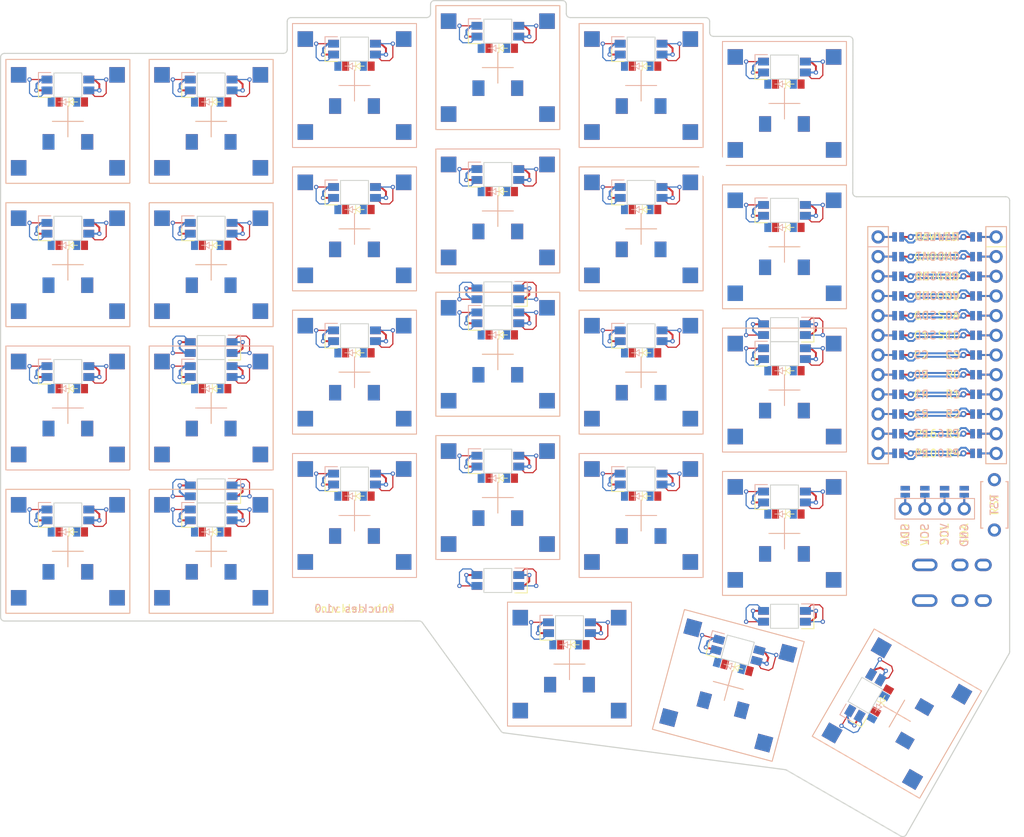
<source format=kicad_pcb>
(kicad_pcb (version 20240108) (generator "ergogen") (generator_version "4.1.0")
  (title_block (title "knuckles") (date "2025-03-17") (rev "0.2") (company "ceoloide"))
  (layers (0 "F.Cu" signal) (31 "B.Cu" signal) (34 "B.Paste" user) (35 "F.Paste" user) (36 "B.SilkS" user "B.Silkscreen") (37 "F.SilkS" user "F.Silkscreen") (38 "B.Mask" user) (39 "F.Mask" user) (44 "Edge.Cuts" user))
  (net 0 "")
  (net 1 "C0")
  (net 2 "outer_bottom_B")
  (net 3 "outer_home_B")
  (net 4 "outer_top_B")
  (net 5 "outer_numbers_B")
  (net 6 "C1")
  (net 7 "pinky_bottom_B")
  (net 8 "pinky_home_B")
  (net 9 "pinky_top_B")
  (net 10 "pinky_numbers_B")
  (net 11 "C2")
  (net 12 "ring_bottom_B")
  (net 13 "ring_home_B")
  (net 14 "ring_top_B")
  (net 15 "ring_numbers_B")
  (net 16 "C3")
  (net 17 "middle_bottom_B")
  (net 18 "middle_home_B")
  (net 19 "middle_top_B")
  (net 20 "middle_numbers_B")
  (net 21 "C4")
  (net 22 "index_bottom_B")
  (net 23 "index_home_B")
  (net 24 "index_top_B")
  (net 25 "index_numbers_B")
  (net 26 "C5")
  (net 27 "inner_bottom_B")
  (net 28 "inner_home_B")
  (net 29 "inner_top_B")
  (net 30 "inner_numbers_B")
  (net 31 "near_home_B")
  (net 32 "mid_home_B")
  (net 33 "far_home_B")
  (net 34 "R3")
  (net 35 "R2")
  (net 36 "R1")
  (net 37 "R0")
  (net 38 "R4")
  (net 39 "outer_bottom_F")
  (net 40 "outer_home_F")
  (net 41 "outer_top_F")
  (net 42 "outer_numbers_F")
  (net 43 "pinky_bottom_F")
  (net 44 "pinky_home_F")
  (net 45 "pinky_top_F")
  (net 46 "pinky_numbers_F")
  (net 47 "ring_bottom_F")
  (net 48 "ring_home_F")
  (net 49 "ring_top_F")
  (net 50 "ring_numbers_F")
  (net 51 "middle_bottom_F")
  (net 52 "middle_home_F")
  (net 53 "middle_top_F")
  (net 54 "middle_numbers_F")
  (net 55 "index_bottom_F")
  (net 56 "index_home_F")
  (net 57 "index_top_F")
  (net 58 "index_numbers_F")
  (net 59 "inner_bottom_F")
  (net 60 "inner_home_F")
  (net 61 "inner_top_F")
  (net 62 "inner_numbers_F")
  (net 63 "near_home_F")
  (net 64 "mid_home_F")
  (net 65 "far_home_F")
  (net 66 "RAW")
  (net 67 "GND")
  (net 68 "RST")
  (net 69 "VCC")
  (net 70 "P16")
  (net 71 "P10")
  (net 72 "LED")
  (net 73 "DAT")
  (net 74 "SDA")
  (net 75 "SCL")
  (net 76 "CS")
  (net 77 "P101")
  (net 78 "P102")
  (net 79 "P107")
  (net 80 "MCU1_24")
  (net 81 "MCU1_1")
  (net 82 "MCU1_23")
  (net 83 "MCU1_2")
  (net 84 "MCU1_22")
  (net 85 "MCU1_3")
  (net 86 "MCU1_21")
  (net 87 "MCU1_4")
  (net 88 "MCU1_20")
  (net 89 "MCU1_5")
  (net 90 "MCU1_19")
  (net 91 "MCU1_6")
  (net 92 "MCU1_18")
  (net 93 "MCU1_7")
  (net 94 "MCU1_17")
  (net 95 "MCU1_8")
  (net 96 "MCU1_16")
  (net 97 "MCU1_9")
  (net 98 "MCU1_15")
  (net 99 "MCU1_10")
  (net 100 "MCU1_14")
  (net 101 "MCU1_11")
  (net 102 "MCU1_13")
  (net 103 "MCU1_12")
  (net 104 "DISP1_1")
  (net 105 "DISP1_2")
  (net 106 "DISP1_3")
  (net 107 "DISP1_4")
  (net 108 "LED_21")
  (net 109 "LED_20")
  (net 110 "LED_19")
  (net 111 "LED_18")
  (net 112 "LED_16")
  (net 113 "LED_15")
  (net 114 "LED_17")
  (net 115 "LED_14")
  (net 116 "LED_13")
  (net 117 "LED_12")
  (net 118 "LED_10")
  (net 119 "LED_9")
  (net 120 "LED_11")
  (net 121 "LED_7")
  (net 122 "LED_6")
  (net 123 "LED_5")
  (net 124 "LED_4")
  (net 125 "LED_2")
  (net 126 "LED_1")
  (net 127 "LED_3")
  (net 128 "LED_8")
  (net 129 "ULED_6")
  (net 130 "ULED_1")
  (net 131 "ULED_2")
  (net 132 "ULED_3")
  (net 133 "ULED_4")
  (net 134 "ULED_5")
  (footprint "ceoloide:mounting_hole_npth" (layer "F.Cu") (at 204.927 100.4635 0)
    (property "Reference" "MH1" hide)
  )
  (footprint "ceoloide:mounting_hole_npth" (layer "F.Cu") (at 218.969 108.7575 0)
    (property "Reference" "MH2" hide)
  )
  (footprint "ceoloide:mounting_hole_npth" (layer "F.Cu") (at 109.25 53.75 0)
    (property "Reference" "MH3" hide)
  )
  (footprint "ceoloide:mounting_hole_npth" (layer "F.Cu") (at 109.25 90.75 0)
    (property "Reference" "MH4" hide)
  )
  (footprint "ceoloide:mounting_hole_npth" (layer "F.Cu") (at 183.218 50.298500000000004 0)
    (property "Reference" "MH5" hide)
  )
  (footprint "ceoloide:mounting_hole_npth" (layer "F.Cu") (at 151.157 107.615 0)
    (property "Reference" "MH6" hide)
  )
  (footprint "ceoloide:mounting_hole_npth" (layer "F.Cu") (at 196.7245951 115.0067481 60)
    (property "Reference" "MH7" hide)
  )
  (footprint "CPG1316S01D02" (at 100 100 0) (layer B.Cu)
    (property "Reference" "S1" hide)
  )
  (footprint "CPG1316S01D02" (at 100 81.5 0) (layer B.Cu)
    (property "Reference" "S2" hide)
  )
  (footprint "CPG1316S01D02" (at 100 63 0) (layer B.Cu)
    (property "Reference" "S3" hide)
  )
  (footprint "CPG1316S01D02" (at 100 44.5 0) (layer B.Cu)
    (property "Reference" "S4" hide)
  )
  (footprint "CPG1316S01D02" (at 118.5 100 0) (layer B.Cu)
    (property "Reference" "S5" hide)
  )
  (footprint "CPG1316S01D02" (at 118.5 81.5 0) (layer B.Cu)
    (property "Reference" "S6" hide)
  )
  (footprint "CPG1316S01D02" (at 118.5 63 0) (layer B.Cu)
    (property "Reference" "S7" hide)
  )
  (footprint "CPG1316S01D02" (at 118.5 44.5 0) (layer B.Cu)
    (property "Reference" "S8" hide)
  )
  (footprint "CPG1316S01D02" (at 137 95.375 0) (layer B.Cu)
    (property "Reference" "S9" hide)
  )
  (footprint "CPG1316S01D02" (at 137 76.875 0) (layer B.Cu)
    (property "Reference" "S10" hide)
  )
  (footprint "CPG1316S01D02" (at 137 58.375 0) (layer B.Cu)
    (property "Reference" "S11" hide)
  )
  (footprint "CPG1316S01D02" (at 137 39.875 0) (layer B.Cu)
    (property "Reference" "S12" hide)
  )
  (footprint "CPG1316S01D02" (at 155.5 93.0625 0) (layer B.Cu)
    (property "Reference" "S13" hide)
  )
  (footprint "CPG1316S01D02" (at 155.5 74.5625 0) (layer B.Cu)
    (property "Reference" "S14" hide)
  )
  (footprint "CPG1316S01D02" (at 155.5 56.0625 0) (layer B.Cu)
    (property "Reference" "S15" hide)
  )
  (footprint "CPG1316S01D02" (at 155.5 37.5625 0) (layer B.Cu)
    (property "Reference" "S16" hide)
  )
  (footprint "CPG1316S01D02" (at 174 95.375 0) (layer B.Cu)
    (property "Reference" "S17" hide)
  )
  (footprint "CPG1316S01D02" (at 174 76.875 0) (layer B.Cu)
    (property "Reference" "S18" hide)
  )
  (footprint "CPG1316S01D02" (at 174 58.375 0) (layer B.Cu)
    (property "Reference" "S19" hide)
  )
  (footprint "CPG1316S01D02" (at 174 39.875 0) (layer B.Cu)
    (property "Reference" "S20" hide)
  )
  (footprint "CPG1316S01D02" (at 192.5 97.6875 0) (layer B.Cu)
    (property "Reference" "S21" hide)
  )
  (footprint "CPG1316S01D02" (at 192.5 79.1875 0) (layer B.Cu)
    (property "Reference" "S22" hide)
  )
  (footprint "CPG1316S01D02" (at 192.5 60.6875 0) (layer B.Cu)
    (property "Reference" "S23" hide)
  )
  (footprint "CPG1316S01D02" (at 192.5 42.1875 0) (layer B.Cu)
    (property "Reference" "S24" hide)
  )
  (footprint "CPG1316S01D02" (at 164.75 114.5625 0) (layer B.Cu)
    (property "Reference" "S25" hide)
  )
  (footprint "CPG1316S01D02" (at 185.25 117.3125 -15) (layer B.Cu)
    (property "Reference" "S26" hide)
  )
  (footprint "CPG1316S01D02" (at 207.0138429 120.9472481 60) (layer B.Cu)
    (property "Reference" "S27" hide)
  )
  (footprint "ceoloide:diode_tht_sod123" (layer "B.Cu") (at 99.5 97.5 0)
    (property "Reference" "D1" hide)
  )
  (footprint "ceoloide:diode_tht_sod123" (layer "B.Cu") (at 99.5 79 0)
    (property "Reference" "D2" hide)
  )
  (footprint "ceoloide:diode_tht_sod123" (layer "B.Cu") (at 99.5 60.5 0)
    (property "Reference" "D3" hide)
  )
  (footprint "ceoloide:diode_tht_sod123" (layer "B.Cu") (at 99.5 42 0)
    (property "Reference" "D4" hide)
  )
  (footprint "ceoloide:diode_tht_sod123" (layer "B.Cu") (at 118 97.5 0)
    (property "Reference" "D5" hide)
  )
  (footprint "ceoloide:diode_tht_sod123" (layer "B.Cu") (at 118 79 0)
    (property "Reference" "D6" hide)
  )
  (footprint "ceoloide:diode_tht_sod123" (layer "B.Cu") (at 118 60.5 0)
    (property "Reference" "D7" hide)
  )
  (footprint "ceoloide:diode_tht_sod123" (layer "B.Cu") (at 118 42 0)
    (property "Reference" "D8" hide)
  )
  (footprint "ceoloide:diode_tht_sod123" (layer "B.Cu") (at 136.5 92.875 0)
    (property "Reference" "D9" hide)
  )
  (footprint "ceoloide:diode_tht_sod123" (layer "B.Cu") (at 136.5 74.375 0)
    (property "Reference" "D10" hide)
  )
  (footprint "ceoloide:diode_tht_sod123" (layer "B.Cu") (at 136.5 55.875 0)
    (property "Reference" "D11" hide)
  )
  (footprint "ceoloide:diode_tht_sod123" (layer "B.Cu") (at 136.5 37.375 0)
    (property "Reference" "D12" hide)
  )
  (footprint "ceoloide:diode_tht_sod123" (layer "B.Cu") (at 155 90.5625 0)
    (property "Reference" "D13" hide)
  )
  (footprint "ceoloide:diode_tht_sod123" (layer "B.Cu") (at 155 72.0625 0)
    (property "Reference" "D14" hide)
  )
  (footprint "ceoloide:diode_tht_sod123" (layer "B.Cu") (at 155 53.5625 0)
    (property "Reference" "D15" hide)
  )
  (footprint "ceoloide:diode_tht_sod123" (layer "B.Cu") (at 155 35.0625 0)
    (property "Reference" "D16" hide)
  )
  (footprint "ceoloide:diode_tht_sod123" (layer "B.Cu") (at 173.5 92.875 0)
    (property "Reference" "D17" hide)
  )
  (footprint "ceoloide:diode_tht_sod123" (layer "B.Cu") (at 173.5 74.375 0)
    (property "Reference" "D18" hide)
  )
  (footprint "ceoloide:diode_tht_sod123" (layer "B.Cu") (at 173.5 55.875 0)
    (property "Reference" "D19" hide)
  )
  (footprint "ceoloide:diode_tht_sod123" (layer "B.Cu") (at 173.5 37.375 0)
    (property "Reference" "D20" hide)
  )
  (footprint "ceoloide:diode_tht_sod123" (layer "B.Cu") (at 192 95.1875 0)
    (property "Reference" "D21" hide)
  )
  (footprint "ceoloide:diode_tht_sod123" (layer "B.Cu") (at 192 76.6875 0)
    (property "Reference" "D22" hide)
  )
  (footprint "ceoloide:diode_tht_sod123" (layer "B.Cu") (at 192 58.1875 0)
    (property "Reference" "D23" hide)
  )
  (footprint "ceoloide:diode_tht_sod123" (layer "B.Cu") (at 192 39.6875 0)
    (property "Reference" "D24" hide)
  )
  (footprint "ceoloide:diode_tht_sod123" (layer "B.Cu") (at 164.25 112.0625 0)
    (property "Reference" "D25" hide)
  )
  (footprint "ceoloide:diode_tht_sod123" (layer "B.Cu") (at 185.4140847 114.7682759 -15)
    (property "Reference" "D26" hide)
  )
  (footprint "ceoloide:diode_tht_sod123" (layer "B.Cu") (at 204.59877939999998 120.1302608 60)
    (property "Reference" "D27" hide)
  )
  (footprint "CPG1316S01D02" (at 100 100 0) (layer F.Cu)
    (property "Reference" "S28" hide)
  )
  (footprint "CPG1316S01D02" (at 100 81.5 0) (layer F.Cu)
    (property "Reference" "S29" hide)
  )
  (footprint "CPG1316S01D02" (at 100 63 0) (layer F.Cu)
    (property "Reference" "S30" hide)
  )
  (footprint "CPG1316S01D02" (at 100 44.5 0) (layer F.Cu)
    (property "Reference" "S31" hide)
  )
  (footprint "CPG1316S01D02" (at 118.5 100 0) (layer F.Cu)
    (property "Reference" "S32" hide)
  )
  (footprint "CPG1316S01D02" (at 118.5 81.5 0) (layer F.Cu)
    (property "Reference" "S33" hide)
  )
  (footprint "CPG1316S01D02" (at 118.5 63 0) (layer F.Cu)
    (property "Reference" "S34" hide)
  )
  (footprint "CPG1316S01D02" (at 118.5 44.5 0) (layer F.Cu)
    (property "Reference" "S35" hide)
  )
  (footprint "CPG1316S01D02" (at 137 95.375 0) (layer F.Cu)
    (property "Reference" "S36" hide)
  )
  (footprint "CPG1316S01D02" (at 137 76.875 0) (layer F.Cu)
    (property "Reference" "S37" hide)
  )
  (footprint "CPG1316S01D02" (at 137 58.375 0) (layer F.Cu)
    (property "Reference" "S38" hide)
  )
  (footprint "CPG1316S01D02" (at 137 39.875 0) (layer F.Cu)
    (property "Reference" "S39" hide)
  )
  (footprint "CPG1316S01D02" (at 155.5 93.0625 0) (layer F.Cu)
    (property "Reference" "S40" hide)
  )
  (footprint "CPG1316S01D02" (at 155.5 74.5625 0) (layer F.Cu)
    (property "Reference" "S41" hide)
  )
  (footprint "CPG1316S01D02" (at 155.5 56.0625 0) (layer F.Cu)
    (property "Reference" "S42" hide)
  )
  (footprint "CPG1316S01D02" (at 155.5 37.5625 0) (layer F.Cu)
    (property "Reference" "S43" hide)
  )
  (footprint "CPG1316S01D02" (at 174 95.375 0) (layer F.Cu)
    (property "Reference" "S44" hide)
  )
  (footprint "CPG1316S01D02" (at 174 76.875 0) (layer F.Cu)
    (property "Reference" "S45" hide)
  )
  (footprint "CPG1316S01D02" (at 174 58.375 0) (layer F.Cu)
    (property "Reference" "S46" hide)
  )
  (footprint "CPG1316S01D02" (at 174 39.875 0) (layer F.Cu)
    (property "Reference" "S47" hide)
  )
  (footprint "CPG1316S01D02" (at 192.5 97.6875 0) (layer F.Cu)
    (property "Reference" "S48" hide)
  )
  (footprint "CPG1316S01D02" (at 192.5 79.1875 0) (layer F.Cu)
    (property "Reference" "S49" hide)
  )
  (footprint "CPG1316S01D02" (at 192.5 60.6875 0) (layer F.Cu)
    (property "Reference" "S50" hide)
  )
  (footprint "CPG1316S01D02" (at 192.5 42.1875 0) (layer F.Cu)
    (property "Reference" "S51" hide)
  )
  (footprint "CPG1316S01D02" (at 164.75 114.5625 0) (layer F.Cu)
    (property "Reference" "S52" hide)
  )
  (footprint "CPG1316S01D02" (at 185.25 117.3125 -15) (layer F.Cu)
    (property "Reference" "S53" hide)
  )
  (footprint "CPG1316S01D02" (at 207.0138429 120.9472481 60) (layer F.Cu)
    (property "Reference" "S54" hide)
  )
  (footprint "ceoloide:diode_tht_sod123" (layer "F.Cu") (at 100.5 97.5 0)
    (property "Reference" "D28" hide)
  )
  (footprint "ceoloide:diode_tht_sod123" (layer "F.Cu") (at 100.5 79 0)
    (property "Reference" "D29" hide)
  )
  (footprint "ceoloide:diode_tht_sod123" (layer "F.Cu") (at 100.5 60.5 0)
    (property "Reference" "D30" hide)
  )
  (footprint "ceoloide:diode_tht_sod123" (layer "F.Cu") (at 100.5 42 0)
    (property "Reference" "D31" hide)
  )
  (footprint "ceoloide:diode_tht_sod123" (layer "F.Cu") (at 119 97.5 0)
    (property "Reference" "D32" hide)
  )
  (footprint "ceoloide:diode_tht_sod123" (layer "F.Cu") (at 119 79 0)
    (property "Reference" "D33" hide)
  )
  (footprint "ceoloide:diode_tht_sod123" (layer "F.Cu") (at 119 60.5 0)
    (property "Reference" "D34" hide)
  )
  (footprint "ceoloide:diode_tht_sod123" (layer "F.Cu") (at 119 42 0)
    (property "Reference" "D35" hide)
  )
  (footprint "ceoloide:diode_tht_sod123" (layer "F.Cu") (at 137.5 92.875 0)
    (property "Reference" "D36" hide)
  )
  (footprint "ceoloide:diode_tht_sod123" (layer "F.Cu") (at 137.5 74.375 0)
    (property "Reference" "D37" hide)
  )
  (footprint "ceoloide:diode_tht_sod123" (layer "F.Cu") (at 137.5 55.875 0)
    (property "Reference" "D38" hide)
  )
  (footprint "ceoloide:diode_tht_sod123" (layer "F.Cu") (at 137.5 37.375 0)
    (property "Reference" "D39" hide)
  )
  (footprint "ceoloide:diode_tht_sod123" (layer "F.Cu") (at 156 90.5625 0)
    (property "Reference" "D40" hide)
  )
  (footprint "ceoloide:diode_tht_sod123" (layer "F.Cu") (at 156 72.0625 0)
    (property "Reference" "D41" hide)
  )
  (footprint "ceoloide:diode_tht_sod123" (layer "F.Cu") (at 156 53.5625 0)
    (property "Reference" "D42" hide)
  )
  (footprint "ceoloide:diode_tht_sod123" (layer "F.Cu") (at 156 35.0625 0)
    (property "Reference" "D43" hide)
  )
  (footprint "ceoloide:diode_tht_sod123" (layer "F.Cu") (at 174.5 92.875 0)
    (property "Reference" "D44" hide)
  )
  (footprint "ceoloide:diode_tht_sod123" (layer "F.Cu") (at 174.5 74.375 0)
    (property "Reference" "D45" hide)
  )
  (footprint "ceoloide:diode_tht_sod123" (layer "F.Cu") (at 174.5 55.875 0)
    (property "Reference" "D46" hide)
  )
  (footprint "ceoloide:diode_tht_sod123" (layer "F.Cu") (at 174.5 37.375 0)
    (property "Reference" "D47" hide)
  )
  (footprint "ceoloide:diode_tht_sod123" (layer "F.Cu") (at 193 95.1875 0)
    (property "Reference" "D48" hide)
  )
  (footprint "ceoloide:diode_tht_sod123" (layer "F.Cu") (at 193 76.6875 0)
    (property "Reference" "D49" hide)
  )
  (footprint "ceoloide:diode_tht_sod123" (layer "F.Cu") (at 193 58.1875 0)
    (property "Reference" "D50" hide)
  )
  (footprint "ceoloide:diode_tht_sod123" (layer "F.Cu") (at 193 39.6875 0)
    (property "Reference" "D51" hide)
  )
  (footprint "ceoloide:diode_tht_sod123" (layer "F.Cu") (at 165.25 112.0625 0)
    (property "Reference" "D52" hide)
  )
  (footprint "ceoloide:diode_tht_sod123" (layer "F.Cu") (at 186.3800105 115.027095 -15)
    (property "Reference" "D53" hide)
  )
  (footprint "ceoloide:diode_tht_sod123" (layer "F.Cu") (at 205.09877939999998 119.26423539999999 60)
    (property "Reference" "D54" hide)
  )
  (footprint "ceoloide:mcu_nice_nano" (layer "F.Cu") (at 212.204 72.12 0)
    (property "Reference" "MCU1" hide)
  )
  (segment (start 216.78400000000002 59.42) (end 215.604 59.42) (width 0.25) (layer "F.Cu"))
  (segment (start 207.624 59.42) (end 208.804 59.42) (width 0.25) (layer "F.Cu"))
  (segment (start 204.584 59.42) (end 206.704 59.42) (width 0.25) (layer "F.Cu"))
  (segment (start 204.584 59.42) (end 206.704 59.42) (width 0.25) (layer "B.Cu"))
  (segment (start 217.704 59.42) (end 219.824 59.42) (width 0.25) (layer "F.Cu"))
  (segment (start 219.824 59.42) (end 217.704 59.42) (width 0.25) (layer "B.Cu"))
  (segment (start 209.59930500000002 59.650000000000006) (end 215.374 59.650000000000006) (width 0.25) (layer "B.Cu"))
  (segment (start 207.429 59.42) (end 207.778695 59.42) (width 0.25) (layer "B.Cu"))
  (segment (start 208.503695 60.145) (end 209.104305 60.145) (width 0.25) (layer "B.Cu"))
  (segment (start 207.778695 59.42) (end 208.503695 60.145) (width 0.25) (layer "B.Cu"))
  (segment (start 209.104305 60.145) (end 209.59930500000002 59.650000000000006) (width 0.25) (layer "B.Cu"))
  (segment (start 216.979 59.42) (end 216.62930500000002 59.42) (width 0.25) (layer "B.Cu"))
  (segment (start 214.798695 59.2) (end 209.024 59.2) (width 0.25) (layer "B.Cu"))
  (segment (start 216.62930500000002 59.42) (end 215.90430500000002 58.69500000000001) (width 0.25) (layer "B.Cu"))
  (segment (start 215.90430500000002 58.69500000000001) (end 215.303695 58.69500000000001) (width 0.25) (layer "B.Cu"))
  (segment (start 215.303695 58.69500000000001) (end 214.798695 59.2) (width 0.25) (layer "B.Cu"))
  (segment (start 216.78400000000002 61.96000000000001) (end 215.604 61.96000000000001) (width 0.25) (layer "F.Cu"))
  (segment (start 207.624 61.96000000000001) (end 208.804 61.96000000000001) (width 0.25) (layer "F.Cu"))
  (segment (start 204.584 61.96000000000001) (end 206.704 61.96000000000001) (width 0.25) (layer "F.Cu"))
  (segment (start 204.584 61.96000000000001) (end 206.704 61.96000000000001) (width 0.25) (layer "B.Cu"))
  (segment (start 217.704 61.96000000000001) (end 219.824 61.96000000000001) (width 0.25) (layer "F.Cu"))
  (segment (start 219.824 61.96000000000001) (end 217.704 61.96000000000001) (width 0.25) (layer "B.Cu"))
  (segment (start 209.59930500000002 62.190000000000005) (end 215.374 62.190000000000005) (width 0.25) (layer "B.Cu"))
  (segment (start 207.429 61.96000000000001) (end 207.778695 61.96000000000001) (width 0.25) (layer "B.Cu"))
  (segment (start 208.503695 62.685) (end 209.104305 62.685) (width 0.25) (layer "B.Cu"))
  (segment (start 207.778695 61.96000000000001) (end 208.503695 62.685) (width 0.25) (layer "B.Cu"))
  (segment (start 209.104305 62.685) (end 209.59930500000002 62.190000000000005) (width 0.25) (layer "B.Cu"))
  (segment (start 216.979 61.96000000000001) (end 216.62930500000002 61.96000000000001) (width 0.25) (layer "B.Cu"))
  (segment (start 214.798695 61.74) (end 209.024 61.74) (width 0.25) (layer "B.Cu"))
  (segment (start 216.62930500000002 61.96000000000001) (end 215.90430500000002 61.23500000000001) (width 0.25) (layer "B.Cu"))
  (segment (start 215.90430500000002 61.23500000000001) (end 215.303695 61.23500000000001) (width 0.25) (layer "B.Cu"))
  (segment (start 215.303695 61.23500000000001) (end 214.798695 61.74) (width 0.25) (layer "B.Cu"))
  (segment (start 216.78400000000002 64.5) (end 215.604 64.5) (width 0.25) (layer "F.Cu"))
  (segment (start 207.624 64.5) (end 208.804 64.5) (width 0.25) (layer "F.Cu"))
  (segment (start 204.584 64.5) (end 206.704 64.5) (width 0.25) (layer "F.Cu"))
  (segment (start 204.584 64.5) (end 206.704 64.5) (width 0.25) (layer "B.Cu"))
  (segment (start 217.704 64.5) (end 219.824 64.5) (width 0.25) (layer "F.Cu"))
  (segment (start 219.824 64.5) (end 217.704 64.5) (width 0.25) (layer "B.Cu"))
  (segment (start 209.59930500000002 64.73) (end 215.374 64.73) (width 0.25) (layer "B.Cu"))
  (segment (start 207.429 64.5) (end 207.778695 64.5) (width 0.25) (layer "B.Cu"))
  (segment (start 208.503695 65.22500000000001) (end 209.104305 65.22500000000001) (width 0.25) (layer "B.Cu"))
  (segment (start 207.778695 64.5) (end 208.503695 65.22500000000001) (width 0.25) (layer "B.Cu"))
  (segment (start 209.104305 65.22500000000001) (end 209.59930500000002 64.73) (width 0.25) (layer "B.Cu"))
  (segment (start 216.979 64.5) (end 216.62930500000002 64.5) (width 0.25) (layer "B.Cu"))
  (segment (start 214.798695 64.28) (end 209.024 64.28) (width 0.25) (layer "B.Cu"))
  (segment (start 216.62930500000002 64.5) (end 215.90430500000002 63.775000000000006) (width 0.25) (layer "B.Cu"))
  (segment (start 215.90430500000002 63.775000000000006) (end 215.303695 63.775000000000006) (width 0.25) (layer "B.Cu"))
  (segment (start 215.303695 63.775000000000006) (end 214.798695 64.28) (width 0.25) (layer "B.Cu"))
  (segment (start 216.78400000000002 67.04) (end 215.604 67.04) (width 0.25) (layer "F.Cu"))
  (segment (start 207.624 67.04) (end 208.804 67.04) (width 0.25) (layer "F.Cu"))
  (segment (start 204.584 67.04) (end 206.704 67.04) (width 0.25) (layer "F.Cu"))
  (segment (start 204.584 67.04) (end 206.704 67.04) (width 0.25) (layer "B.Cu"))
  (segment (start 217.704 67.04) (end 219.824 67.04) (width 0.25) (layer "F.Cu"))
  (segment (start 219.824 67.04) (end 217.704 67.04) (width 0.25) (layer "B.Cu"))
  (segment (start 209.59930500000002 67.27000000000001) (end 215.374 67.27000000000001) (width 0.25) (layer "B.Cu"))
  (segment (start 207.429 67.04) (end 207.778695 67.04) (width 0.25) (layer "B.Cu"))
  (segment (start 208.503695 67.765) (end 209.104305 67.765) (width 0.25) (layer "B.Cu"))
  (segment (start 207.778695 67.04) (end 208.503695 67.765) (width 0.25) (layer "B.Cu"))
  (segment (start 209.104305 67.765) (end 209.59930500000002 67.27000000000001) (width 0.25) (layer "B.Cu"))
  (segment (start 216.979 67.04) (end 216.62930500000002 67.04) (width 0.25) (layer "B.Cu"))
  (segment (start 214.798695 66.82000000000001) (end 209.024 66.82000000000001) (width 0.25) (layer "B.Cu"))
  (segment (start 216.62930500000002 67.04) (end 215.90430500000002 66.315) (width 0.25) (layer "B.Cu"))
  (segment (start 215.90430500000002 66.315) (end 215.303695 66.315) (width 0.25) (layer "B.Cu"))
  (segment (start 215.303695 66.315) (end 214.798695 66.82000000000001) (width 0.25) (layer "B.Cu"))
  (segment (start 216.78400000000002 69.58) (end 215.604 69.58) (width 0.25) (layer "F.Cu"))
  (segment (start 207.624 69.58) (end 208.804 69.58) (width 0.25) (layer "F.Cu"))
  (segment (start 204.584 69.58) (end 206.704 69.58) (width 0.25) (layer "F.Cu"))
  (segment (start 204.584 69.58) (end 206.704 69.58) (width 0.25) (layer "B.Cu"))
  (segment (start 217.704 69.58) (end 219.824 69.58) (width 0.25) (layer "F.Cu"))
  (segment (start 219.824 69.58) (end 217.704 69.58) (width 0.25) (layer "B.Cu"))
  (segment (start 209.59930500000002 69.81) (end 215.374 69.81) (width 0.25) (layer "B.Cu"))
  (segment (start 207.429 69.58) (end 207.778695 69.58) (width 0.25) (layer "B.Cu"))
  (segment (start 208.503695 70.305) (end 209.104305 70.305) (width 0.25) (layer "B.Cu"))
  (segment (start 207.778695 69.58) (end 208.503695 70.305) (width 0.25) (layer "B.Cu"))
  (segment (start 209.104305 70.305) (end 209.59930500000002 69.81) (width 0.25) (layer "B.Cu"))
  (segment (start 216.979 69.58) (end 216.62930500000002 69.58) (width 0.25) (layer "B.Cu"))
  (segment (start 214.798695 69.36) (end 209.024 69.36) (width 0.25) (layer "B.Cu"))
  (segment (start 216.62930500000002 69.58) (end 215.90430500000002 68.855) (width 0.25) (layer "B.Cu"))
  (segment (start 215.90430500000002 68.855) (end 215.303695 68.855) (width 0.25) (layer "B.Cu"))
  (segment (start 215.303695 68.855) (end 214.798695 69.36) (width 0.25) (layer "B.Cu"))
  (segment (start 216.78400000000002 72.12) (end 215.604 72.12) (width 0.25) (layer "F.Cu"))
  (segment (start 207.624 72.12) (end 208.804 72.12) (width 0.25) (layer "F.Cu"))
  (segment (start 204.584 72.12) (end 206.704 72.12) (width 0.25) (layer "F.Cu"))
  (segment (start 204.584 72.12) (end 206.704 72.12) (width 0.25) (layer "B.Cu"))
  (segment (start 217.704 72.12) (end 219.824 72.12) (width 0.25) (layer "F.Cu"))
  (segment (start 219.824 72.12) (end 217.704 72.12) (width 0.25) (layer "B.Cu"))
  (segment (start 209.59930500000002 72.35000000000001) (end 215.374 72.35000000000001) (width 0.25) (layer "B.Cu"))
  (segment (start 207.429 72.12) (end 207.778695 72.12) (width 0.25) (layer "B.Cu"))
  (segment (start 208.503695 72.845) (end 209.104305 72.845) (width 0.25) (layer "B.Cu"))
  (segment (start 207.778695 72.12) (end 208.503695 72.845) (width 0.25) (layer "B.Cu"))
  (segment (start 209.104305 72.845) (end 209.59930500000002 72.35000000000001) (width 0.25) (layer "B.Cu"))
  (segment (start 216.979 72.12) (end 216.62930500000002 72.12) (width 0.25) (layer "B.Cu"))
  (segment (start 214.798695 71.9) (end 209.024 71.9) (width 0.25) (layer "B.Cu"))
  (segment (start 216.62930500000002 72.12) (end 215.90430500000002 71.39500000000001) (width 0.25) (layer "B.Cu"))
  (segment (start 215.90430500000002 71.39500000000001) (end 215.303695 71.39500000000001) (width 0.25) (layer "B.Cu"))
  (segment (start 215.303695 71.39500000000001) (end 214.798695 71.9) (width 0.25) (layer "B.Cu"))
  (segment (start 216.78400000000002 74.66000000000001) (end 215.604 74.66000000000001) (width 0.25) (layer "F.Cu"))
  (segment (start 207.624 74.66000000000001) (end 208.804 74.66000000000001) (width 0.25) (layer "F.Cu"))
  (segment (start 204.584 74.66000000000001) (end 206.704 74.66000000000001) (width 0.25) (layer "F.Cu"))
  (segment (start 204.584 74.66000000000001) (end 206.704 74.66000000000001) (width 0.25) (layer "B.Cu"))
  (segment (start 217.704 74.66000000000001) (end 219.824 74.66000000000001) (width 0.25) (layer "F.Cu"))
  (segment (start 219.824 74.66000000000001) (end 217.704 74.66000000000001) (width 0.25) (layer "B.Cu"))
  (segment (start 209.59930500000002 74.89) (end 215.374 74.89) (width 0.25) (layer "B.Cu"))
  (segment (start 207.429 74.66000000000001) (end 207.778695 74.66000000000001) (width 0.25) (layer "B.Cu"))
  (segment (start 208.503695 75.385) (end 209.104305 75.385) (width 0.25) (layer "B.Cu"))
  (segment (start 207.778695 74.66000000000001) (end 208.503695 75.385) (width 0.25) (layer "B.Cu"))
  (segment (start 209.104305 75.385) (end 209.59930500000002 74.89) (width 0.25) (layer "B.Cu"))
  (segment (start 216.979 74.66000000000001) (end 216.62930500000002 74.66000000000001) (width 0.25) (layer "B.Cu"))
  (segment (start 214.798695 74.44) (end 209.024 74.44) (width 0.25) (layer "B.Cu"))
  (segment (start 216.62930500000002 74.66000000000001) (end 215.90430500000002 73.935) (width 0.25) (layer "B.Cu"))
  (segment (start 215.90430500000002 73.935) (end 215.303695 73.935) (width 0.25) (layer "B.Cu"))
  (segment (start 215.303695 73.935) (end 214.798695 74.44) (width 0.25) (layer "B.Cu"))
  (segment (start 216.78400000000002 77.2) (end 215.604 77.2) (width 0.25) (layer "F.Cu"))
  (segment (start 207.624 77.2) (end 208.804 77.2) (width 0.25) (layer "F.Cu"))
  (segment (start 204.584 77.2) (end 206.704 77.2) (width 0.25) (layer "F.Cu"))
  (segment (start 204.584 77.2) (end 206.704 77.2) (width 0.25) (layer "B.Cu"))
  (segment (start 217.704 77.2) (end 219.824 77.2) (width 0.25) (layer "F.Cu"))
  (segment (start 219.824 77.2) (end 217.704 77.2) (width 0.25) (layer "B.Cu"))
  (segment (start 209.59930500000002 77.43) (end 215.374 77.43) (width 0.25) (layer "B.Cu"))
  (segment (start 207.429 77.2) (end 207.778695 77.2) (width 0.25) (layer "B.Cu"))
  (segment (start 208.503695 77.92500000000001) (end 209.104305 77.92500000000001) (width 0.25) (layer "B.Cu"))
  (segment (start 207.778695 77.2) (end 208.503695 77.92500000000001) (width 0.25) (layer "B.Cu"))
  (segment (start 209.104305 77.92500000000001) (end 209.59930500000002 77.43) (width 0.25) (layer "B.Cu"))
  (segment (start 216.979 77.2) (end 216.62930500000002 77.2) (width 0.25) (layer "B.Cu"))
  (segment (start 214.798695 76.98) (end 209.024 76.98) (width 0.25) (layer "B.Cu"))
  (segment (start 216.62930500000002 77.2) (end 215.90430500000002 76.47500000000001) (width 0.25) (layer "B.Cu"))
  (segment (start 215.90430500000002 76.47500000000001) (end 215.303695 76.47500000000001) (width 0.25) (layer "B.Cu"))
  (segment (start 215.303695 76.47500000000001) (end 214.798695 76.98) (width 0.25) (layer "B.Cu"))
  (segment (start 216.78400000000002 79.74000000000001) (end 215.604 79.74000000000001) (width 0.25) (layer "F.Cu"))
  (segment (start 207.624 79.74000000000001) (end 208.804 79.74000000000001) (width 0.25) (layer "F.Cu"))
  (segment (start 204.584 79.74000000000001) (end 206.704 79.74000000000001) (width 0.25) (layer "F.Cu"))
  (segment (start 204.584 79.74000000000001) (end 206.704 79.74000000000001) (width 0.25) (layer "B.Cu"))
  (segment (start 217.704 79.74000000000001) (end 219.824 79.74000000000001) (width 0.25) (layer "F.Cu"))
  (segment (start 219.824 79.74000000000001) (end 217.704 79.74000000000001) (width 0.25) (layer "B.Cu"))
  (segment (start 209.59930500000002 79.97) (end 215.374 79.97) (width 0.25) (layer "B.Cu"))
  (segment (start 207.429 79.74000000000001) (end 207.778695 79.74000000000001) (width 0.25) (layer "B.Cu"))
  (segment (start 208.503695 80.465) (end 209.104305 80.465) (width 0.25) (layer "B.Cu"))
  (segment (start 207.778695 79.74000000000001) (end 208.503695 80.465) (width 0.25) (layer "B.Cu"))
  (segment (start 209.104305 80.465) (end 209.59930500000002 79.97) (width 0.25) (layer "B.Cu"))
  (segment (start 216.979 79.74000000000001) (end 216.62930500000002 79.74000000000001) (width 0.25) (layer "B.Cu"))
  (segment (start 214.798695 79.52000000000001) (end 209.024 79.52000000000001) (width 0.25) (layer "B.Cu"))
  (segment (start 216.62930500000002 79.74000000000001) (end 215.90430500000002 79.015) (width 0.25) (layer "B.Cu"))
  (segment (start 215.90430500000002 79.015) (end 215.303695 79.015) (width 0.25) (layer "B.Cu"))
  (segment (start 215.303695 79.015) (end 214.798695 79.52000000000001) (width 0.25) (layer "B.Cu"))
  (segment (start 216.78400000000002 82.28) (end 215.604 82.28) (width 0.25) (layer "F.Cu"))
  (segment (start 207.624 82.28) (end 208.804 82.28) (width 0.25) (layer "F.Cu"))
  (segment (start 204.584 82.28) (end 206.704 82.28) (width 0.25) (layer "F.Cu"))
  (segment (start 204.584 82.28) (end 206.704 82.28) (width 0.25) (layer "B.Cu"))
  (segment (start 217.704 82.28) (end 219.824 82.28) (width 0.25) (layer "F.Cu"))
  (segment (start 219.824 82.28) (end 217.704 82.28) (width 0.25) (layer "B.Cu"))
  (segment (start 209.59930500000002 82.51) (end 215.374 82.51) (width 0.25) (layer "B.Cu"))
  (segment (start 207.429 82.28) (end 207.778695 82.28) (width 0.25) (layer "B.Cu"))
  (segment (start 208.503695 83.00500000000001) (end 209.104305 83.00500000000001) (width 0.25) (layer "B.Cu"))
  (segment (start 207.778695 82.28) (end 208.503695 83.00500000000001) (width 0.25) (layer "B.Cu"))
  (segment (start 209.104305 83.00500000000001) (end 209.59930500000002 82.51) (width 0.25) (layer "B.Cu"))
  (segment (start 216.979 82.28) (end 216.62930500000002 82.28) (width 0.25) (layer "B.Cu"))
  (segment (start 214.798695 82.06) (end 209.024 82.06) (width 0.25) (layer "B.Cu"))
  (segment (start 216.62930500000002 82.28) (end 215.90430500000002 81.555) (width 0.25) (layer "B.Cu"))
  (segment (start 215.90430500000002 81.555) (end 215.303695 81.555) (width 0.25) (layer "B.Cu"))
  (segment (start 215.303695 81.555) (end 214.798695 82.06) (width 0.25) (layer "B.Cu"))
  (segment (start 216.78400000000002 84.82000000000001) (end 215.604 84.82000000000001) (width 0.25) (layer "F.Cu"))
  (segment (start 207.624 84.82000000000001) (end 208.804 84.82000000000001) (width 0.25) (layer "F.Cu"))
  (segment (start 204.584 84.82000000000001) (end 206.704 84.82000000000001) (width 0.25) (layer "F.Cu"))
  (segment (start 204.584 84.82000000000001) (end 206.704 84.82000000000001) (width 0.25) (layer "B.Cu"))
  (segment (start 217.704 84.82000000000001) (end 219.824 84.82000000000001) (width 0.25) (layer "F.Cu"))
  (segment (start 219.824 84.82000000000001) (end 217.704 84.82000000000001) (width 0.25) (layer "B.Cu"))
  (segment (start 209.59930500000002 85.05000000000001) (end 215.374 85.05000000000001) (width 0.25) (layer "B.Cu"))
  (segment (start 207.429 84.82000000000001) (end 207.778695 84.82000000000001) (width 0.25) (layer "B.Cu"))
  (segment (start 208.503695 85.545) (end 209.104305 85.545) (width 0.25) (layer "B.Cu"))
  (segment (start 207.778695 84.82000000000001) (end 208.503695 85.545) (width 0.25) (layer "B.Cu"))
  (segment (start 209.104305 85.545) (end 209.59930500000002 85.05000000000001) (width 0.25) (layer "B.Cu"))
  (segment (start 216.979 84.82000000000001) (end 216.62930500000002 84.82000000000001) (width 0.25) (layer "B.Cu"))
  (segment (start 214.798695 84.60000000000001) (end 209.024 84.60000000000001) (width 0.25) (layer "B.Cu"))
  (segment (start 216.62930500000002 84.82000000000001) (end 215.90430500000002 84.095) (width 0.25) (layer "B.Cu"))
  (segment (start 215.90430500000002 84.095) (end 215.303695 84.095) (width 0.25) (layer "B.Cu"))
  (segment (start 215.303695 84.095) (end 214.798695 84.60000000000001) (width 0.25) (layer "B.Cu"))
  (segment (start 216.78400000000002 87.36) (end 215.604 87.36) (width 0.25) (layer "F.Cu"))
  (segment (start 207.624 87.36) (end 208.804 87.36) (width 0.25) (layer "F.Cu"))
  (segment (start 204.584 87.36) (end 206.704 87.36) (width 0.25) (layer "F.Cu"))
  (segment (start 204.584 87.36) (end 206.704 87.36) (width 0.25) (layer "B.Cu"))
  (segment (start 217.704 87.36) (end 219.824 87.36) (width 0.25) (layer "F.Cu"))
  (segment (start 219.824 87.36) (end 217.704 87.36) (width 0.25) (layer "B.Cu"))
  (segment (start 209.59930500000002 87.59) (end 215.374 87.59) (width 0.25) (layer "B.Cu"))
  (segment (start 207.429 87.36) (end 207.778695 87.36) (width 0.25) (layer "B.Cu"))
  (segment (start 208.503695 88.08500000000001) (end 209.104305 88.08500000000001) (width 0.25) (layer "B.Cu"))
  (segment (start 207.778695 87.36) (end 208.503695 88.08500000000001) (width 0.25) (layer "B.Cu"))
  (segment (start 209.104305 88.08500000000001) (end 209.59930500000002 87.59) (width 0.25) (layer "B.Cu"))
  (segment (start 216.979 87.36) (end 216.62930500000002 87.36) (width 0.25) (layer "B.Cu"))
  (segment (start 214.798695 87.14) (end 209.024 87.14) (width 0.25) (layer "B.Cu"))
  (segment (start 216.62930500000002 87.36) (end 215.90430500000002 86.635) (width 0.25) (layer "B.Cu"))
  (segment (start 215.90430500000002 86.635) (end 215.303695 86.635) (width 0.25) (layer "B.Cu"))
  (segment (start 215.303695 86.635) (end 214.798695 87.14) (width 0.25) (layer "B.Cu"))
  (gr_text "knuckles v1.0" (at 137 107.4 0) (layer "F.SilkS") (effects (font (size 1 1))))
  (gr_text "knuckles v1.0" (at 137 107.4 0) (layer "B.SilkS") (effects (font (size 1 1)) (justify mirror)))
  (footprint "ceoloide:display_ssd1306" (layer "F.Cu") (at 211.897 77.80799999999999 0)
    (property "Reference" "DISP1" hide)
  )
  (segment (start 208.087 94.508) (end 208.087 92.758) (width 0.25) (layer "F.Cu") (net 67))
  (segment (start 210.62699999999998 94.508) (end 210.62699999999998 92.758) (width 0.25) (layer "F.Cu") (net 69))
  (segment (start 213.167 94.508) (end 213.167 92.758) (width 0.25) (layer "F.Cu") (net 75))
  (segment (start 215.707 94.508) (end 215.707 92.758) (width 0.25) (layer "F.Cu") (net 74))
  (segment (start 208.087 94.508) (end 208.087 92.758) (width 0.25) (layer "B.Cu") (net 67))
  (segment (start 210.62699999999998 94.508) (end 210.62699999999998 92.758) (width 0.25) (layer "B.Cu") (net 69))
  (segment (start 213.167 94.508) (end 213.167 92.758) (width 0.25) (layer "B.Cu") (net 75))
  (segment (start 215.707 94.508) (end 215.707 92.758) (width 0.25) (layer "B.Cu") (net 74))
  (footprint "ceoloide:reset_switch_tht_top" (layer "F.Cu") (at 219.6 94.001 90)
    (property "Reference" "RST1" hide)
  )
  (footprint "ceoloide:trrs_pj320a (reversible, symmetric)" (layer "F.Cu") (at 221.36 104.06 -90)
    (property "Reference" "TRRS1" hide)
  )
  (footprint "ceoloide:led_SK6812mini-e (per-key, reversible)" (layer "B.Cu") (at 100 95.3 0)
    (property "Reference" "LED1" hide)
    (fp_rect (start -1.8 -1.55) (end 1.8 1.55) (layer "Edge.Cuts") (stroke (width 0.12)) (fill none))
  )
  (segment (start 103.4 94.6) (end 104.06 95.194084) (width 0.25) (layer "F.Cu") (net 69))
  (segment (start 104.06 95.194084) (end 104.06 96) (width 0.25) (layer "F.Cu") (net 69))
  (segment (start 102.7 94.6) (end 103.4 94.6) (width 0.25) (layer "F.Cu") (net 69))
  (via (at 104.06 96) (size 0.56) (drill 0.3) (layers "F.Cu" "B.Cu") (net 69))
  (segment (start 102.7 96) (end 104.06 96) (width 0.25) (layer "B.Cu") (net 69))
  (segment (start 104.95 94.6) (end 102.7 94.6) (width 0.15) (layer "B.Cu") (net 108))
  (via (at 104.95 94.6) (size 0.56) (drill 0.3) (layers "F.Cu" "B.Cu") (net 108))
  (segment (start 102.7 96) (end 103.481 96.785) (width 0.15) (layer "F.Cu") (net 108))
  (segment (start 103.481 96.785) (end 104.529 96.785) (width 0.15) (layer "F.Cu") (net 108))
  (segment (start 104.95 96.36) (end 104.95 94.6) (width 0.15) (layer "F.Cu") (net 108))
  (segment (start 104.529 96.785) (end 104.95 96.36) (width 0.15) (layer "F.Cu") (net 108))
  (segment (start 96.6 94.6) (end 95.94 95.194084) (width 0.25) (layer "B.Cu") (net 67))
  (segment (start 95.94 95.194084) (end 95.94 96) (width 0.25) (layer "B.Cu") (net 67))
  (segment (start 97.3 94.6) (end 96.6 94.6) (width 0.25) (layer "B.Cu") (net 67))
  (via (at 95.94 96) (size 0.56) (drill 0.3) (layers "F.Cu" "B.Cu") (net 67))
  (segment (start 97.3 96) (end 95.94 96) (width 0.25) (layer "F.Cu") (net 67))
  (segment (start 95.05 94.6) (end 97.3 94.6) (width 0.15) (layer "F.Cu") (net 109))
  (via (at 95.05 94.6) (size 0.56) (drill 0.3) (layers "F.Cu" "B.Cu") (net 109))
  (segment (start 97.3 96) (end 96.519 96.785) (width 0.15) (layer "B.Cu") (net 109))
  (segment (start 96.519 96.785) (end 95.471 96.785) (width 0.15) (layer "B.Cu") (net 109))
  (segment (start 95.05 96.36) (end 95.05 94.6) (width 0.15) (layer "B.Cu") (net 109))
  (segment (start 95.471 96.785) (end 95.05 96.36) (width 0.15) (layer "B.Cu") (net 109))
  (footprint "ceoloide:led_SK6812mini-e (per-key, reversible)" (layer "B.Cu") (at 100 76.8 0)
    (property "Reference" "LED2" hide)
    (fp_rect (start -1.8 -1.55) (end 1.8 1.55) (layer "Edge.Cuts") (stroke (width 0.12)) (fill none))
  )
  (segment (start 103.4 76.1) (end 104.06 76.694084) (width 0.25) (layer "F.Cu") (net 69))
  (segment (start 104.06 76.694084) (end 104.06 77.5) (width 0.25) (layer "F.Cu") (net 69))
  (segment (start 102.7 76.1) (end 103.4 76.1) (width 0.25) (layer "F.Cu") (net 69))
  (via (at 104.06 77.5) (size 0.56) (drill 0.3) (layers "F.Cu" "B.Cu") (net 69))
  (segment (start 102.7 77.5) (end 104.06 77.5) (width 0.25) (layer "B.Cu") (net 69))
  (segment (start 104.95 76.1) (end 102.7 76.1) (width 0.15) (layer "B.Cu") (net 109))
  (via (at 104.95 76.1) (size 0.56) (drill 0.3) (layers "F.Cu" "B.Cu") (net 109))
  (segment (start 102.7 77.5) (end 103.481 78.285) (width 0.15) (layer "F.Cu") (net 109))
  (segment (start 103.481 78.285) (end 104.529 78.285) (width 0.15) (layer "F.Cu") (net 109))
  (segment (start 104.95 77.86) (end 104.95 76.1) (width 0.15) (layer "F.Cu") (net 109))
  (segment (start 104.529 78.285) (end 104.95 77.86) (width 0.15) (layer "F.Cu") (net 109))
  (segment (start 96.6 76.1) (end 95.94 76.694084) (width 0.25) (layer "B.Cu") (net 67))
  (segment (start 95.94 76.694084) (end 95.94 77.5) (width 0.25) (layer "B.Cu") (net 67))
  (segment (start 97.3 76.1) (end 96.6 76.1) (width 0.25) (layer "B.Cu") (net 67))
  (via (at 95.94 77.5) (size 0.56) (drill 0.3) (layers "F.Cu" "B.Cu") (net 67))
  (segment (start 97.3 77.5) (end 95.94 77.5) (width 0.25) (layer "F.Cu") (net 67))
  (segment (start 95.05 76.1) (end 97.3 76.1) (width 0.15) (layer "F.Cu") (net 110))
  (via (at 95.05 76.1) (size 0.56) (drill 0.3) (layers "F.Cu" "B.Cu") (net 110))
  (segment (start 97.3 77.5) (end 96.519 78.285) (width 0.15) (layer "B.Cu") (net 110))
  (segment (start 96.519 78.285) (end 95.471 78.285) (width 0.15) (layer "B.Cu") (net 110))
  (segment (start 95.05 77.86) (end 95.05 76.1) (width 0.15) (layer "B.Cu") (net 110))
  (segment (start 95.471 78.285) (end 95.05 77.86) (width 0.15) (layer "B.Cu") (net 110))
  (footprint "ceoloide:led_SK6812mini-e (per-key, reversible)" (layer "B.Cu") (at 100 58.3 0)
    (property "Reference" "LED3" hide)
    (fp_rect (start -1.8 -1.55) (end 1.8 1.55) (layer "Edge.Cuts") (stroke (width 0.12)) (fill none))
  )
  (segment (start 103.4 57.599999999999994) (end 104.06 58.194084) (width 0.25) (layer "F.Cu") (net 69))
  (segment (start 104.06 58.194084) (end 104.06 59) (width 0.25) (layer "F.Cu") (net 69))
  (segment (start 102.7 57.599999999999994) (end 103.4 57.599999999999994) (width 0.25) (layer "F.Cu") (net 69))
  (via (at 104.06 59) (size 0.56) (drill 0.3) (layers "F.Cu" "B.Cu") (net 69))
  (segment (start 102.7 59) (end 104.06 59) (width 0.25) (layer "B.Cu") (net 69))
  (segment (start 104.95 57.599999999999994) (end 102.7 57.599999999999994) (width 0.15) (layer "B.Cu") (net 110))
  (via (at 104.95 57.599999999999994) (size 0.56) (drill 0.3) (layers "F.Cu" "B.Cu") (net 110))
  (segment (start 102.7 59) (end 103.481 59.785) (width 0.15) (layer "F.Cu") (net 110))
  (segment (start 103.481 59.785) (end 104.529 59.785) (width 0.15) (layer "F.Cu") (net 110))
  (segment (start 104.95 59.36) (end 104.95 57.599999999999994) (width 0.15) (layer "F.Cu") (net 110))
  (segment (start 104.529 59.785) (end 104.95 59.36) (width 0.15) (layer "F.Cu") (net 110))
  (segment (start 96.6 57.599999999999994) (end 95.94 58.194084) (width 0.25) (layer "B.Cu") (net 67))
  (segment (start 95.94 58.194084) (end 95.94 59) (width 0.25) (layer "B.Cu") (net 67))
  (segment (start 97.3 57.599999999999994) (end 96.6 57.599999999999994) (width 0.25) (layer "B.Cu") (net 67))
  (via (at 95.94 59) (size 0.56) (drill 0.3) (layers "F.Cu" "B.Cu") (net 67))
  (segment (start 97.3 59) (end 95.94 59) (width 0.25) (layer "F.Cu") (net 67))
  (segment (start 95.05 57.599999999999994) (end 97.3 57.599999999999994) (width 0.15) (layer "F.Cu") (net 111))
  (via (at 95.05 57.599999999999994) (size 0.56) (drill 0.3) (layers "F.Cu" "B.Cu") (net 111))
  (segment (start 97.3 59) (end 96.519 59.785) (width 0.15) (layer "B.Cu") (net 111))
  (segment (start 96.519 59.785) (end 95.471 59.785) (width 0.15) (layer "B.Cu") (net 111))
  (segment (start 95.05 59.36) (end 95.05 57.599999999999994) (width 0.15) (layer "B.Cu") (net 111))
  (segment (start 95.471 59.785) (end 95.05 59.36) (width 0.15) (layer "B.Cu") (net 111))
  (footprint "ceoloide:led_SK6812mini-e (per-key, reversible)" (layer "B.Cu") (at 100 39.8 0)
    (property "Reference" "LED4" hide)
    (fp_rect (start -1.8 -1.55) (end 1.8 1.55) (layer "Edge.Cuts") (stroke (width 0.12)) (fill none))
  )
  (segment (start 103.4 39.099999999999994) (end 104.06 39.694084) (width 0.25) (layer "F.Cu") (net 69))
  (segment (start 104.06 39.694084) (end 104.06 40.5) (width 0.25) (layer "F.Cu") (net 69))
  (segment (start 102.7 39.099999999999994) (end 103.4 39.099999999999994) (width 0.25) (layer "F.Cu") (net 69))
  (via (at 104.06 40.5) (size 0.56) (drill 0.3) (layers "F.Cu" "B.Cu") (net 69))
  (segment (start 102.7 40.5) (end 104.06 40.5) (width 0.25) (layer "B.Cu") (net 69))
  (segment (start 104.95 39.099999999999994) (end 102.7 39.099999999999994) (width 0.15) (layer "B.Cu") (net 0))
  (via (at 104.95 39.099999999999994) (size 0.56) (drill 0.3) (layers "F.Cu" "B.Cu") (net 0))
  (segment (start 102.7 40.5) (end 103.481 41.285) (width 0.15) (layer "F.Cu") (net 0))
  (segment (start 103.481 41.285) (end 104.529 41.285) (width 0.15) (layer "F.Cu") (net 0))
  (segment (start 104.95 40.86) (end 104.95 39.099999999999994) (width 0.15) (layer "F.Cu") (net 0))
  (segment (start 104.529 41.285) (end 104.95 40.86) (width 0.15) (layer "F.Cu") (net 0))
  (segment (start 96.6 39.099999999999994) (end 95.94 39.694084) (width 0.25) (layer "B.Cu") (net 67))
  (segment (start 95.94 39.694084) (end 95.94 40.5) (width 0.25) (layer "B.Cu") (net 67))
  (segment (start 97.3 39.099999999999994) (end 96.6 39.099999999999994) (width 0.25) (layer "B.Cu") (net 67))
  (via (at 95.94 40.5) (size 0.56) (drill 0.3) (layers "F.Cu" "B.Cu") (net 67))
  (segment (start 97.3 40.5) (end 95.94 40.5) (width 0.25) (layer "F.Cu") (net 67))
  (segment (start 95.05 39.099999999999994) (end 97.3 39.099999999999994) (width 0.15) (layer "F.Cu") (net 0))
  (via (at 95.05 39.099999999999994) (size 0.56) (drill 0.3) (layers "F.Cu" "B.Cu") (net 0))
  (segment (start 97.3 40.5) (end 96.519 41.285) (width 0.15) (layer "B.Cu") (net 0))
  (segment (start 96.519 41.285) (end 95.471 41.285) (width 0.15) (layer "B.Cu") (net 0))
  (segment (start 95.05 40.86) (end 95.05 39.099999999999994) (width 0.15) (layer "B.Cu") (net 0))
  (segment (start 95.471 41.285) (end 95.05 40.86) (width 0.15) (layer "B.Cu") (net 0))
  (footprint "ceoloide:led_SK6812mini-e (per-key, reversible)" (layer "B.Cu") (at 118.5 95.3 0)
    (property "Reference" "LED5" hide)
    (fp_rect (start -1.8 -1.55) (end 1.8 1.55) (layer "Edge.Cuts") (stroke (width 0.12)) (fill none))
  )
  (segment (start 121.9 94.6) (end 122.56 95.194084) (width 0.25) (layer "F.Cu") (net 69))
  (segment (start 122.56 95.194084) (end 122.56 96) (width 0.25) (layer "F.Cu") (net 69))
  (segment (start 121.2 94.6) (end 121.9 94.6) (width 0.25) (layer "F.Cu") (net 69))
  (via (at 122.56 96) (size 0.56) (drill 0.3) (layers "F.Cu" "B.Cu") (net 69))
  (segment (start 121.2 96) (end 122.56 96) (width 0.25) (layer "B.Cu") (net 69))
  (segment (start 123.45 94.6) (end 121.2 94.6) (width 0.15) (layer "B.Cu") (net 112))
  (via (at 123.45 94.6) (size 0.56) (drill 0.3) (layers "F.Cu" "B.Cu") (net 112))
  (segment (start 121.2 96) (end 121.981 96.785) (width 0.15) (layer "F.Cu") (net 112))
  (segment (start 121.981 96.785) (end 123.029 96.785) (width 0.15) (layer "F.Cu") (net 112))
  (segment (start 123.45 96.36) (end 123.45 94.6) (width 0.15) (layer "F.Cu") (net 112))
  (segment (start 123.029 96.785) (end 123.45 96.36) (width 0.15) (layer "F.Cu") (net 112))
  (segment (start 115.1 94.6) (end 114.44 95.194084) (width 0.25) (layer "B.Cu") (net 67))
  (segment (start 114.44 95.194084) (end 114.44 96) (width 0.25) (layer "B.Cu") (net 67))
  (segment (start 115.8 94.6) (end 115.1 94.6) (width 0.25) (layer "B.Cu") (net 67))
  (via (at 114.44 96) (size 0.56) (drill 0.3) (layers "F.Cu" "B.Cu") (net 67))
  (segment (start 115.8 96) (end 114.44 96) (width 0.25) (layer "F.Cu") (net 67))
  (segment (start 113.55 94.6) (end 115.8 94.6) (width 0.15) (layer "F.Cu") (net 113))
  (via (at 113.55 94.6) (size 0.56) (drill 0.3) (layers "F.Cu" "B.Cu") (net 113))
  (segment (start 115.8 96) (end 115.019 96.785) (width 0.15) (layer "B.Cu") (net 113))
  (segment (start 115.019 96.785) (end 113.971 96.785) (width 0.15) (layer "B.Cu") (net 113))
  (segment (start 113.55 96.36) (end 113.55 94.6) (width 0.15) (layer "B.Cu") (net 113))
  (segment (start 113.971 96.785) (end 113.55 96.36) (width 0.15) (layer "B.Cu") (net 113))
  (footprint "ceoloide:led_SK6812mini-e (per-key, reversible)" (layer "B.Cu") (at 118.5 76.8 0)
    (property "Reference" "LED6" hide)
    (fp_rect (start -1.8 -1.55) (end 1.8 1.55) (layer "Edge.Cuts") (stroke (width 0.12)) (fill none))
  )
  (segment (start 121.9 76.1) (end 122.56 76.694084) (width 0.25) (layer "F.Cu") (net 69))
  (segment (start 122.56 76.694084) (end 122.56 77.5) (width 0.25) (layer "F.Cu") (net 69))
  (segment (start 121.2 76.1) (end 121.9 76.1) (width 0.25) (layer "F.Cu") (net 69))
  (via (at 122.56 77.5) (size 0.56) (drill 0.3) (layers "F.Cu" "B.Cu") (net 69))
  (segment (start 121.2 77.5) (end 122.56 77.5) (width 0.25) (layer "B.Cu") (net 69))
  (segment (start 123.45 76.1) (end 121.2 76.1) (width 0.15) (layer "B.Cu") (net 114))
  (via (at 123.45 76.1) (size 0.56) (drill 0.3) (layers "F.Cu" "B.Cu") (net 114))
  (segment (start 121.2 77.5) (end 121.981 78.285) (width 0.15) (layer "F.Cu") (net 114))
  (segment (start 121.981 78.285) (end 123.029 78.285) (width 0.15) (layer "F.Cu") (net 114))
  (segment (start 123.45 77.86) (end 123.45 76.1) (width 0.15) (layer "F.Cu") (net 114))
  (segment (start 123.029 78.285) (end 123.45 77.86) (width 0.15) (layer "F.Cu") (net 114))
  (segment (start 115.1 76.1) (end 114.44 76.694084) (width 0.25) (layer "B.Cu") (net 67))
  (segment (start 114.44 76.694084) (end 114.44 77.5) (width 0.25) (layer "B.Cu") (net 67))
  (segment (start 115.8 76.1) (end 115.1 76.1) (width 0.25) (layer "B.Cu") (net 67))
  (via (at 114.44 77.5) (size 0.56) (drill 0.3) (layers "F.Cu" "B.Cu") (net 67))
  (segment (start 115.8 77.5) (end 114.44 77.5) (width 0.25) (layer "F.Cu") (net 67))
  (segment (start 113.55 76.1) (end 115.8 76.1) (width 0.15) (layer "F.Cu") (net 112))
  (via (at 113.55 76.1) (size 0.56) (drill 0.3) (layers "F.Cu" "B.Cu") (net 112))
  (segment (start 115.8 77.5) (end 115.019 78.285) (width 0.15) (layer "B.Cu") (net 112))
  (segment (start 115.019 78.285) (end 113.971 78.285) (width 0.15) (layer "B.Cu") (net 112))
  (segment (start 113.55 77.86) (end 113.55 76.1) (width 0.15) (layer "B.Cu") (net 112))
  (segment (start 113.971 78.285) (end 113.55 77.86) (width 0.15) (layer "B.Cu") (net 112))
  (footprint "ceoloide:led_SK6812mini-e (per-key, reversible)" (layer "B.Cu") (at 118.5 58.3 0)
    (property "Reference" "LED7" hide)
    (fp_rect (start -1.8 -1.55) (end 1.8 1.55) (layer "Edge.Cuts") (stroke (width 0.12)) (fill none))
  )
  (segment (start 121.9 57.599999999999994) (end 122.56 58.194084) (width 0.25) (layer "F.Cu") (net 69))
  (segment (start 122.56 58.194084) (end 122.56 59) (width 0.25) (layer "F.Cu") (net 69))
  (segment (start 121.2 57.599999999999994) (end 121.9 57.599999999999994) (width 0.25) (layer "F.Cu") (net 69))
  (via (at 122.56 59) (size 0.56) (drill 0.3) (layers "F.Cu" "B.Cu") (net 69))
  (segment (start 121.2 59) (end 122.56 59) (width 0.25) (layer "B.Cu") (net 69))
  (segment (start 123.45 57.599999999999994) (end 121.2 57.599999999999994) (width 0.15) (layer "B.Cu") (net 111))
  (via (at 123.45 57.599999999999994) (size 0.56) (drill 0.3) (layers "F.Cu" "B.Cu") (net 111))
  (segment (start 121.2 59) (end 121.981 59.785) (width 0.15) (layer "F.Cu") (net 111))
  (segment (start 121.981 59.785) (end 123.029 59.785) (width 0.15) (layer "F.Cu") (net 111))
  (segment (start 123.45 59.36) (end 123.45 57.599999999999994) (width 0.15) (layer "F.Cu") (net 111))
  (segment (start 123.029 59.785) (end 123.45 59.36) (width 0.15) (layer "F.Cu") (net 111))
  (segment (start 115.1 57.599999999999994) (end 114.44 58.194084) (width 0.25) (layer "B.Cu") (net 67))
  (segment (start 114.44 58.194084) (end 114.44 59) (width 0.25) (layer "B.Cu") (net 67))
  (segment (start 115.8 57.599999999999994) (end 115.1 57.599999999999994) (width 0.25) (layer "B.Cu") (net 67))
  (via (at 114.44 59) (size 0.56) (drill 0.3) (layers "F.Cu" "B.Cu") (net 67))
  (segment (start 115.8 59) (end 114.44 59) (width 0.25) (layer "F.Cu") (net 67))
  (segment (start 113.55 57.599999999999994) (end 115.8 57.599999999999994) (width 0.15) (layer "F.Cu") (net 114))
  (via (at 113.55 57.599999999999994) (size 0.56) (drill 0.3) (layers "F.Cu" "B.Cu") (net 114))
  (segment (start 115.8 59) (end 115.019 59.785) (width 0.15) (layer "B.Cu") (net 114))
  (segment (start 115.019 59.785) (end 113.971 59.785) (width 0.15) (layer "B.Cu") (net 114))
  (segment (start 113.55 59.36) (end 113.55 57.599999999999994) (width 0.15) (layer "B.Cu") (net 114))
  (segment (start 113.971 59.785) (end 113.55 59.36) (width 0.15) (layer "B.Cu") (net 114))
  (footprint "ceoloide:led_SK6812mini-e (per-key, reversible)" (layer "B.Cu") (at 118.5 39.8 0)
    (property "Reference" "LED8" hide)
    (fp_rect (start -1.8 -1.55) (end 1.8 1.55) (layer "Edge.Cuts") (stroke (width 0.12)) (fill none))
  )
  (segment (start 121.9 39.099999999999994) (end 122.56 39.694084) (width 0.25) (layer "F.Cu") (net 69))
  (segment (start 122.56 39.694084) (end 122.56 40.5) (width 0.25) (layer "F.Cu") (net 69))
  (segment (start 121.2 39.099999999999994) (end 121.9 39.099999999999994) (width 0.25) (layer "F.Cu") (net 69))
  (via (at 122.56 40.5) (size 0.56) (drill 0.3) (layers "F.Cu" "B.Cu") (net 69))
  (segment (start 121.2 40.5) (end 122.56 40.5) (width 0.25) (layer "B.Cu") (net 69))
  (segment (start 123.45 39.099999999999994) (end 121.2 39.099999999999994) (width 0.15) (layer "B.Cu") (net 0))
  (via (at 123.45 39.099999999999994) (size 0.56) (drill 0.3) (layers "F.Cu" "B.Cu") (net 0))
  (segment (start 121.2 40.5) (end 121.981 41.285) (width 0.15) (layer "F.Cu") (net 0))
  (segment (start 121.981 41.285) (end 123.029 41.285) (width 0.15) (layer "F.Cu") (net 0))
  (segment (start 123.45 40.86) (end 123.45 39.099999999999994) (width 0.15) (layer "F.Cu") (net 0))
  (segment (start 123.029 41.285) (end 123.45 40.86) (width 0.15) (layer "F.Cu") (net 0))
  (segment (start 115.1 39.099999999999994) (end 114.44 39.694084) (width 0.25) (layer "B.Cu") (net 67))
  (segment (start 114.44 39.694084) (end 114.44 40.5) (width 0.25) (layer "B.Cu") (net 67))
  (segment (start 115.8 39.099999999999994) (end 115.1 39.099999999999994) (width 0.25) (layer "B.Cu") (net 67))
  (via (at 114.44 40.5) (size 0.56) (drill 0.3) (layers "F.Cu" "B.Cu") (net 67))
  (segment (start 115.8 40.5) (end 114.44 40.5) (width 0.25) (layer "F.Cu") (net 67))
  (segment (start 113.55 39.099999999999994) (end 115.8 39.099999999999994) (width 0.15) (layer "F.Cu") (net 0))
  (via (at 113.55 39.099999999999994) (size 0.56) (drill 0.3) (layers "F.Cu" "B.Cu") (net 0))
  (segment (start 115.8 40.5) (end 115.019 41.285) (width 0.15) (layer "B.Cu") (net 0))
  (segment (start 115.019 41.285) (end 113.971 41.285) (width 0.15) (layer "B.Cu") (net 0))
  (segment (start 113.55 40.86) (end 113.55 39.099999999999994) (width 0.15) (layer "B.Cu") (net 0))
  (segment (start 113.971 41.285) (end 113.55 40.86) (width 0.15) (layer "B.Cu") (net 0))
  (footprint "ceoloide:led_SK6812mini-e (per-key, reversible)" (layer "B.Cu") (at 137 90.675 0)
    (property "Reference" "LED9" hide)
    (fp_rect (start -1.8 -1.55) (end 1.8 1.55) (layer "Edge.Cuts") (stroke (width 0.12)) (fill none))
  )
  (segment (start 140.4 89.975) (end 141.06 90.569084) (width 0.25) (layer "F.Cu") (net 69))
  (segment (start 141.06 90.569084) (end 141.06 91.375) (width 0.25) (layer "F.Cu") (net 69))
  (segment (start 139.7 89.975) (end 140.4 89.975) (width 0.25) (layer "F.Cu") (net 69))
  (via (at 141.06 91.375) (size 0.56) (drill 0.3) (layers "F.Cu" "B.Cu") (net 69))
  (segment (start 139.7 91.375) (end 141.06 91.375) (width 0.25) (layer "B.Cu") (net 69))
  (segment (start 141.95 89.975) (end 139.7 89.975) (width 0.15) (layer "B.Cu") (net 113))
  (via (at 141.95 89.975) (size 0.56) (drill 0.3) (layers "F.Cu" "B.Cu") (net 113))
  (segment (start 139.7 91.375) (end 140.481 92.16) (width 0.15) (layer "F.Cu") (net 113))
  (segment (start 140.481 92.16) (end 141.529 92.16) (width 0.15) (layer "F.Cu") (net 113))
  (segment (start 141.95 91.735) (end 141.95 89.975) (width 0.15) (layer "F.Cu") (net 113))
  (segment (start 141.529 92.16) (end 141.95 91.735) (width 0.15) (layer "F.Cu") (net 113))
  (segment (start 133.6 89.975) (end 132.94 90.569084) (width 0.25) (layer "B.Cu") (net 67))
  (segment (start 132.94 90.569084) (end 132.94 91.375) (width 0.25) (layer "B.Cu") (net 67))
  (segment (start 134.3 89.975) (end 133.6 89.975) (width 0.25) (layer "B.Cu") (net 67))
  (via (at 132.94 91.375) (size 0.56) (drill 0.3) (layers "F.Cu" "B.Cu") (net 67))
  (segment (start 134.3 91.375) (end 132.94 91.375) (width 0.25) (layer "F.Cu") (net 67))
  (segment (start 132.05 89.975) (end 134.3 89.975) (width 0.15) (layer "F.Cu") (net 115))
  (via (at 132.05 89.975) (size 0.56) (drill 0.3) (layers "F.Cu" "B.Cu") (net 115))
  (segment (start 134.3 91.375) (end 133.519 92.16) (width 0.15) (layer "B.Cu") (net 115))
  (segment (start 133.519 92.16) (end 132.471 92.16) (width 0.15) (layer "B.Cu") (net 115))
  (segment (start 132.05 91.735) (end 132.05 89.975) (width 0.15) (layer "B.Cu") (net 115))
  (segment (start 132.471 92.16) (end 132.05 91.735) (width 0.15) (layer "B.Cu") (net 115))
  (footprint "ceoloide:led_SK6812mini-e (per-key, reversible)" (layer "B.Cu") (at 137 72.175 0)
    (property "Reference" "LED10" hide)
    (fp_rect (start -1.8 -1.55) (end 1.8 1.55) (layer "Edge.Cuts") (stroke (width 0.12)) (fill none))
  )
  (segment (start 140.4 71.475) (end 141.06 72.069084) (width 0.25) (layer "F.Cu") (net 69))
  (segment (start 141.06 72.069084) (end 141.06 72.875) (width 0.25) (layer "F.Cu") (net 69))
  (segment (start 139.7 71.475) (end 140.4 71.475) (width 0.25) (layer "F.Cu") (net 69))
  (via (at 141.06 72.875) (size 0.56) (drill 0.3) (layers "F.Cu" "B.Cu") (net 69))
  (segment (start 139.7 72.875) (end 141.06 72.875) (width 0.25) (layer "B.Cu") (net 69))
  (segment (start 141.95 71.475) (end 139.7 71.475) (width 0.15) (layer "B.Cu") (net 115))
  (via (at 141.95 71.475) (size 0.56) (drill 0.3) (layers "F.Cu" "B.Cu") (net 115))
  (segment (start 139.7 72.875) (end 140.481 73.66) (width 0.15) (layer "F.Cu") (net 115))
  (segment (start 140.481 73.66) (end 141.529 73.66) (width 0.15) (layer "F.Cu") (net 115))
  (segment (start 141.95 73.235) (end 141.95 71.475) (width 0.15) (layer "F.Cu") (net 115))
  (segment (start 141.529 73.66) (end 141.95 73.235) (width 0.15) (layer "F.Cu") (net 115))
  (segment (start 133.6 71.475) (end 132.94 72.069084) (width 0.25) (layer "B.Cu") (net 67))
  (segment (start 132.94 72.069084) (end 132.94 72.875) (width 0.25) (layer "B.Cu") (net 67))
  (segment (start 134.3 71.475) (end 133.6 71.475) (width 0.25) (layer "B.Cu") (net 67))
  (via (at 132.94 72.875) (size 0.56) (drill 0.3) (layers "F.Cu" "B.Cu") (net 67))
  (segment (start 134.3 72.875) (end 132.94 72.875) (width 0.25) (layer "F.Cu") (net 67))
  (segment (start 132.05 71.475) (end 134.3 71.475) (width 0.15) (layer "F.Cu") (net 116))
  (via (at 132.05 71.475) (size 0.56) (drill 0.3) (layers "F.Cu" "B.Cu") (net 116))
  (segment (start 134.3 72.875) (end 133.519 73.66) (width 0.15) (layer "B.Cu") (net 116))
  (segment (start 133.519 73.66) (end 132.471 73.66) (width 0.15) (layer "B.Cu") (net 116))
  (segment (start 132.05 73.235) (end 132.05 71.475) (width 0.15) (layer "B.Cu") (net 116))
  (segment (start 132.471 73.66) (end 132.05 73.235) (width 0.15) (layer "B.Cu") (net 116))
  (footprint "ceoloide:led_SK6812mini-e (per-key, reversible)" (layer "B.Cu") (at 137 53.675 0)
    (property "Reference" "LED11" hide)
    (fp_rect (start -1.8 -1.55) (end 1.8 1.55) (layer "Edge.Cuts") (stroke (width 0.12)) (fill none))
  )
  (segment (start 140.4 52.974999999999994) (end 141.06 53.569084) (width 0.25) (layer "F.Cu") (net 69))
  (segment (start 141.06 53.569084) (end 141.06 54.375) (width 0.25) (layer "F.Cu") (net 69))
  (segment (start 139.7 52.974999999999994) (end 140.4 52.974999999999994) (width 0.25) (layer "F.Cu") (net 69))
  (via (at 141.06 54.375) (size 0.56) (drill 0.3) (layers "F.Cu" "B.Cu") (net 69))
  (segment (start 139.7 54.375) (end 141.06 54.375) (width 0.25) (layer "B.Cu") (net 69))
  (segment (start 141.95 52.974999999999994) (end 139.7 52.974999999999994) (width 0.15) (layer "B.Cu") (net 116))
  (via (at 141.95 52.974999999999994) (size 0.56) (drill 0.3) (layers "F.Cu" "B.Cu") (net 116))
  (segment (start 139.7 54.375) (end 140.481 55.16) (width 0.15) (layer "F.Cu") (net 116))
  (segment (start 140.481 55.16) (end 141.529 55.16) (width 0.15) (layer "F.Cu") (net 116))
  (segment (start 141.95 54.735) (end 141.95 52.974999999999994) (width 0.15) (layer "F.Cu") (net 116))
  (segment (start 141.529 55.16) (end 141.95 54.735) (width 0.15) (layer "F.Cu") (net 116))
  (segment (start 133.6 52.974999999999994) (end 132.94 53.569084) (width 0.25) (layer "B.Cu") (net 67))
  (segment (start 132.94 53.569084) (end 132.94 54.375) (width 0.25) (layer "B.Cu") (net 67))
  (segment (start 134.3 52.974999999999994) (end 133.6 52.974999999999994) (width 0.25) (layer "B.Cu") (net 67))
  (via (at 132.94 54.375) (size 0.56) (drill 0.3) (layers "F.Cu" "B.Cu") (net 67))
  (segment (start 134.3 54.375) (end 132.94 54.375) (width 0.25) (layer "F.Cu") (net 67))
  (segment (start 132.05 52.974999999999994) (end 134.3 52.974999999999994) (width 0.15) (layer "F.Cu") (net 117))
  (via (at 132.05 52.974999999999994) (size 0.56) (drill 0.3) (layers "F.Cu" "B.Cu") (net 117))
  (segment (start 134.3 54.375) (end 133.519 55.16) (width 0.15) (layer "B.Cu") (net 117))
  (segment (start 133.519 55.16) (end 132.471 55.16) (width 0.15) (layer "B.Cu") (net 117))
  (segment (start 132.05 54.735) (end 132.05 52.974999999999994) (width 0.15) (layer "B.Cu") (net 117))
  (segment (start 132.471 55.16) (end 132.05 54.735) (width 0.15) (layer "B.Cu") (net 117))
  (footprint "ceoloide:led_SK6812mini-e (per-key, reversible)" (layer "B.Cu") (at 137 35.175 0)
    (property "Reference" "LED12" hide)
    (fp_rect (start -1.8 -1.55) (end 1.8 1.55) (layer "Edge.Cuts") (stroke (width 0.12)) (fill none))
  )
  (segment (start 140.4 34.474999999999994) (end 141.06 35.069084) (width 0.25) (layer "F.Cu") (net 69))
  (segment (start 141.06 35.069084) (end 141.06 35.875) (width 0.25) (layer "F.Cu") (net 69))
  (segment (start 139.7 34.474999999999994) (end 140.4 34.474999999999994) (width 0.25) (layer "F.Cu") (net 69))
  (via (at 141.06 35.875) (size 0.56) (drill 0.3) (layers "F.Cu" "B.Cu") (net 69))
  (segment (start 139.7 35.875) (end 141.06 35.875) (width 0.25) (layer "B.Cu") (net 69))
  (segment (start 141.95 34.474999999999994) (end 139.7 34.474999999999994) (width 0.15) (layer "B.Cu") (net 0))
  (via (at 141.95 34.474999999999994) (size 0.56) (drill 0.3) (layers "F.Cu" "B.Cu") (net 0))
  (segment (start 139.7 35.875) (end 140.481 36.66) (width 0.15) (layer "F.Cu") (net 0))
  (segment (start 140.481 36.66) (end 141.529 36.66) (width 0.15) (layer "F.Cu") (net 0))
  (segment (start 141.95 36.235) (end 141.95 34.474999999999994) (width 0.15) (layer "F.Cu") (net 0))
  (segment (start 141.529 36.66) (end 141.95 36.235) (width 0.15) (layer "F.Cu") (net 0))
  (segment (start 133.6 34.474999999999994) (end 132.94 35.069084) (width 0.25) (layer "B.Cu") (net 67))
  (segment (start 132.94 35.069084) (end 132.94 35.875) (width 0.25) (layer "B.Cu") (net 67))
  (segment (start 134.3 34.474999999999994) (end 133.6 34.474999999999994) (width 0.25) (layer "B.Cu") (net 67))
  (via (at 132.94 35.875) (size 0.56) (drill 0.3) (layers "F.Cu" "B.Cu") (net 67))
  (segment (start 134.3 35.875) (end 132.94 35.875) (width 0.25) (layer "F.Cu") (net 67))
  (segment (start 132.05 34.474999999999994) (end 134.3 34.474999999999994) (width 0.15) (layer "F.Cu") (net 0))
  (via (at 132.05 34.474999999999994) (size 0.56) (drill 0.3) (layers "F.Cu" "B.Cu") (net 0))
  (segment (start 134.3 35.875) (end 133.519 36.66) (width 0.15) (layer "B.Cu") (net 0))
  (segment (start 133.519 36.66) (end 132.471 36.66) (width 0.15) (layer "B.Cu") (net 0))
  (segment (start 132.05 36.235) (end 132.05 34.474999999999994) (width 0.15) (layer "B.Cu") (net 0))
  (segment (start 132.471 36.66) (end 132.05 36.235) (width 0.15) (layer "B.Cu") (net 0))
  (footprint "ceoloide:led_SK6812mini-e (per-key, reversible)" (layer "B.Cu") (at 155.5 88.3625 0)
    (property "Reference" "LED13" hide)
    (fp_rect (start -1.8 -1.55) (end 1.8 1.55) (layer "Edge.Cuts") (stroke (width 0.12)) (fill none))
  )
  (segment (start 158.9 87.6625) (end 159.56 88.256584) (width 0.25) (layer "F.Cu") (net 69))
  (segment (start 159.56 88.256584) (end 159.56 89.0625) (width 0.25) (layer "F.Cu") (net 69))
  (segment (start 158.2 87.6625) (end 158.9 87.6625) (width 0.25) (layer "F.Cu") (net 69))
  (via (at 159.56 89.0625) (size 0.56) (drill 0.3) (layers "F.Cu" "B.Cu") (net 69))
  (segment (start 158.2 89.0625) (end 159.56 89.0625) (width 0.25) (layer "B.Cu") (net 69))
  (segment (start 160.45 87.6625) (end 158.2 87.6625) (width 0.15) (layer "B.Cu") (net 118))
  (via (at 160.45 87.6625) (size 0.56) (drill 0.3) (layers "F.Cu" "B.Cu") (net 118))
  (segment (start 158.2 89.0625) (end 158.981 89.8475) (width 0.15) (layer "F.Cu") (net 118))
  (segment (start 158.981 89.8475) (end 160.029 89.8475) (width 0.15) (layer "F.Cu") (net 118))
  (segment (start 160.45 89.4225) (end 160.45 87.6625) (width 0.15) (layer "F.Cu") (net 118))
  (segment (start 160.029 89.8475) (end 160.45 89.4225) (width 0.15) (layer "F.Cu") (net 118))
  (segment (start 152.1 87.6625) (end 151.44 88.256584) (width 0.25) (layer "B.Cu") (net 67))
  (segment (start 151.44 88.256584) (end 151.44 89.0625) (width 0.25) (layer "B.Cu") (net 67))
  (segment (start 152.8 87.6625) (end 152.1 87.6625) (width 0.25) (layer "B.Cu") (net 67))
  (via (at 151.44 89.0625) (size 0.56) (drill 0.3) (layers "F.Cu" "B.Cu") (net 67))
  (segment (start 152.8 89.0625) (end 151.44 89.0625) (width 0.25) (layer "F.Cu") (net 67))
  (segment (start 150.55 87.6625) (end 152.8 87.6625) (width 0.15) (layer "F.Cu") (net 119))
  (via (at 150.55 87.6625) (size 0.56) (drill 0.3) (layers "F.Cu" "B.Cu") (net 119))
  (segment (start 152.8 89.0625) (end 152.019 89.8475) (width 0.15) (layer "B.Cu") (net 119))
  (segment (start 152.019 89.8475) (end 150.971 89.8475) (width 0.15) (layer "B.Cu") (net 119))
  (segment (start 150.55 89.4225) (end 150.55 87.6625) (width 0.15) (layer "B.Cu") (net 119))
  (segment (start 150.971 89.8475) (end 150.55 89.4225) (width 0.15) (layer "B.Cu") (net 119))
  (footprint "ceoloide:led_SK6812mini-e (per-key, reversible)" (layer "B.Cu") (at 155.5 69.8625 0)
    (property "Reference" "LED14" hide)
    (fp_rect (start -1.8 -1.55) (end 1.8 1.55) (layer "Edge.Cuts") (stroke (width 0.12)) (fill none))
  )
  (segment (start 158.9 69.1625) (end 159.56 69.756584) (width 0.25) (layer "F.Cu") (net 69))
  (segment (start 159.56 69.756584) (end 159.56 70.5625) (width 0.25) (layer "F.Cu") (net 69))
  (segment (start 158.2 69.1625) (end 158.9 69.1625) (width 0.25) (layer "F.Cu") (net 69))
  (via (at 159.56 70.5625) (size 0.56) (drill 0.3) (layers "F.Cu" "B.Cu") (net 69))
  (segment (start 158.2 70.5625) (end 159.56 70.5625) (width 0.25) (layer "B.Cu") (net 69))
  (segment (start 160.45 69.1625) (end 158.2 69.1625) (width 0.15) (layer "B.Cu") (net 120))
  (via (at 160.45 69.1625) (size 0.56) (drill 0.3) (layers "F.Cu" "B.Cu") (net 120))
  (segment (start 158.2 70.5625) (end 158.981 71.3475) (width 0.15) (layer "F.Cu") (net 120))
  (segment (start 158.981 71.3475) (end 160.029 71.3475) (width 0.15) (layer "F.Cu") (net 120))
  (segment (start 160.45 70.9225) (end 160.45 69.1625) (width 0.15) (layer "F.Cu") (net 120))
  (segment (start 160.029 71.3475) (end 160.45 70.9225) (width 0.15) (layer "F.Cu") (net 120))
  (segment (start 152.1 69.1625) (end 151.44 69.756584) (width 0.25) (layer "B.Cu") (net 67))
  (segment (start 151.44 69.756584) (end 151.44 70.5625) (width 0.25) (layer "B.Cu") (net 67))
  (segment (start 152.8 69.1625) (end 152.1 69.1625) (width 0.25) (layer "B.Cu") (net 67))
  (via (at 151.44 70.5625) (size 0.56) (drill 0.3) (layers "F.Cu" "B.Cu") (net 67))
  (segment (start 152.8 70.5625) (end 151.44 70.5625) (width 0.25) (layer "F.Cu") (net 67))
  (segment (start 150.55 69.1625) (end 152.8 69.1625) (width 0.15) (layer "F.Cu") (net 118))
  (via (at 150.55 69.1625) (size 0.56) (drill 0.3) (layers "F.Cu" "B.Cu") (net 118))
  (segment (start 152.8 70.5625) (end 152.019 71.3475) (width 0.15) (layer "B.Cu") (net 118))
  (segment (start 152.019 71.3475) (end 150.971 71.3475) (width 0.15) (layer "B.Cu") (net 118))
  (segment (start 150.55 70.9225) (end 150.55 69.1625) (width 0.15) (layer "B.Cu") (net 118))
  (segment (start 150.971 71.3475) (end 150.55 70.9225) (width 0.15) (layer "B.Cu") (net 118))
  (footprint "ceoloide:led_SK6812mini-e (per-key, reversible)" (layer "B.Cu") (at 155.5 51.3625 0)
    (property "Reference" "LED15" hide)
    (fp_rect (start -1.8 -1.55) (end 1.8 1.55) (layer "Edge.Cuts") (stroke (width 0.12)) (fill none))
  )
  (segment (start 158.9 50.662499999999994) (end 159.56 51.256584) (width 0.25) (layer "F.Cu") (net 69))
  (segment (start 159.56 51.256584) (end 159.56 52.0625) (width 0.25) (layer "F.Cu") (net 69))
  (segment (start 158.2 50.662499999999994) (end 158.9 50.662499999999994) (width 0.25) (layer "F.Cu") (net 69))
  (via (at 159.56 52.0625) (size 0.56) (drill 0.3) (layers "F.Cu" "B.Cu") (net 69))
  (segment (start 158.2 52.0625) (end 159.56 52.0625) (width 0.25) (layer "B.Cu") (net 69))
  (segment (start 160.45 50.662499999999994) (end 158.2 50.662499999999994) (width 0.15) (layer "B.Cu") (net 117))
  (via (at 160.45 50.662499999999994) (size 0.56) (drill 0.3) (layers "F.Cu" "B.Cu") (net 117))
  (segment (start 158.2 52.0625) (end 158.981 52.8475) (width 0.15) (layer "F.Cu") (net 117))
  (segment (start 158.981 52.8475) (end 160.029 52.8475) (width 0.15) (layer "F.Cu") (net 117))
  (segment (start 160.45 52.4225) (end 160.45 50.662499999999994) (width 0.15) (layer "F.Cu") (net 117))
  (segment (start 160.029 52.8475) (end 160.45 52.4225) (width 0.15) (layer "F.Cu") (net 117))
  (segment (start 152.1 50.662499999999994) (end 151.44 51.256584) (width 0.25) (layer "B.Cu") (net 67))
  (segment (start 151.44 51.256584) (end 151.44 52.0625) (width 0.25) (layer "B.Cu") (net 67))
  (segment (start 152.8 50.662499999999994) (end 152.1 50.662499999999994) (width 0.25) (layer "B.Cu") (net 67))
  (via (at 151.44 52.0625) (size 0.56) (drill 0.3) (layers "F.Cu" "B.Cu") (net 67))
  (segment (start 152.8 52.0625) (end 151.44 52.0625) (width 0.25) (layer "F.Cu") (net 67))
  (segment (start 150.55 50.662499999999994) (end 152.8 50.662499999999994) (width 0.15) (layer "F.Cu") (net 120))
  (via (at 150.55 50.662499999999994) (size 0.56) (drill 0.3) (layers "F.Cu" "B.Cu") (net 120))
  (segment (start 152.8 52.0625) (end 152.019 52.8475) (width 0.15) (layer "B.Cu") (net 120))
  (segment (start 152.019 52.8475) (end 150.971 52.8475) (width 0.15) (layer "B.Cu") (net 120))
  (segment (start 150.55 52.4225) (end 150.55 50.662499999999994) (width 0.15) (layer "B.Cu") (net 120))
  (segment (start 150.971 52.8475) (end 150.55 52.4225) (width 0.15) (layer "B.Cu") (net 120))
  (footprint "ceoloide:led_SK6812mini-e (per-key, reversible)" (layer "B.Cu") (at 155.5 32.8625 0)
    (property "Reference" "LED16" hide)
    (fp_rect (start -1.8 -1.55) (end 1.8 1.55) (layer "Edge.Cuts") (stroke (width 0.12)) (fill none))
  )
  (segment (start 158.9 32.162499999999994) (end 159.56 32.756584) (width 0.25) (layer "F.Cu") (net 69))
  (segment (start 159.56 32.756584) (end 159.56 33.5625) (width 0.25) (layer "F.Cu") (net 69))
  (segment (start 158.2 32.162499999999994) (end 158.9 32.162499999999994) (width 0.25) (layer "F.Cu") (net 69))
  (via (at 159.56 33.5625) (size 0.56) (drill 0.3) (layers "F.Cu" "B.Cu") (net 69))
  (segment (start 158.2 33.5625) (end 159.56 33.5625) (width 0.25) (layer "B.Cu") (net 69))
  (segment (start 160.45 32.162499999999994) (end 158.2 32.162499999999994) (width 0.15) (layer "B.Cu") (net 0))
  (via (at 160.45 32.162499999999994) (size 0.56) (drill 0.3) (layers "F.Cu" "B.Cu") (net 0))
  (segment (start 158.2 33.5625) (end 158.981 34.3475) (width 0.15) (layer "F.Cu") (net 0))
  (segment (start 158.981 34.3475) (end 160.029 34.3475) (width 0.15) (layer "F.Cu") (net 0))
  (segment (start 160.45 33.9225) (end 160.45 32.162499999999994) (width 0.15) (layer "F.Cu") (net 0))
  (segment (start 160.029 34.3475) (end 160.45 33.9225) (width 0.15) (layer "F.Cu") (net 0))
  (segment (start 152.1 32.162499999999994) (end 151.44 32.756584) (width 0.25) (layer "B.Cu") (net 67))
  (segment (start 151.44 32.756584) (end 151.44 33.5625) (width 0.25) (layer "B.Cu") (net 67))
  (segment (start 152.8 32.162499999999994) (end 152.1 32.162499999999994) (width 0.25) (layer "B.Cu") (net 67))
  (via (at 151.44 33.5625) (size 0.56) (drill 0.3) (layers "F.Cu" "B.Cu") (net 67))
  (segment (start 152.8 33.5625) (end 151.44 33.5625) (width 0.25) (layer "F.Cu") (net 67))
  (segment (start 150.55 32.162499999999994) (end 152.8 32.162499999999994) (width 0.15) (layer "F.Cu") (net 0))
  (via (at 150.55 32.162499999999994) (size 0.56) (drill 0.3) (layers "F.Cu" "B.Cu") (net 0))
  (segment (start 152.8 33.5625) (end 152.019 34.3475) (width 0.15) (layer "B.Cu") (net 0))
  (segment (start 152.019 34.3475) (end 150.971 34.3475) (width 0.15) (layer "B.Cu") (net 0))
  (segment (start 150.55 33.9225) (end 150.55 32.162499999999994) (width 0.15) (layer "B.Cu") (net 0))
  (segment (start 150.971 34.3475) (end 150.55 33.9225) (width 0.15) (layer "B.Cu") (net 0))
  (footprint "ceoloide:led_SK6812mini-e (per-key, reversible)" (layer "B.Cu") (at 174 90.675 0)
    (property "Reference" "LED17" hide)
    (fp_rect (start -1.8 -1.55) (end 1.8 1.55) (layer "Edge.Cuts") (stroke (width 0.12)) (fill none))
  )
  (segment (start 177.4 89.975) (end 178.06 90.569084) (width 0.25) (layer "F.Cu") (net 69))
  (segment (start 178.06 90.569084) (end 178.06 91.375) (width 0.25) (layer "F.Cu") (net 69))
  (segment (start 176.7 89.975) (end 177.4 89.975) (width 0.25) (layer "F.Cu") (net 69))
  (via (at 178.06 91.375) (size 0.56) (drill 0.3) (layers "F.Cu" "B.Cu") (net 69))
  (segment (start 176.7 91.375) (end 178.06 91.375) (width 0.25) (layer "B.Cu") (net 69))
  (segment (start 178.95 89.975) (end 176.7 89.975) (width 0.15) (layer "B.Cu") (net 121))
  (via (at 178.95 89.975) (size 0.56) (drill 0.3) (layers "F.Cu" "B.Cu") (net 121))
  (segment (start 176.7 91.375) (end 177.481 92.16) (width 0.15) (layer "F.Cu") (net 121))
  (segment (start 177.481 92.16) (end 178.529 92.16) (width 0.15) (layer "F.Cu") (net 121))
  (segment (start 178.95 91.735) (end 178.95 89.975) (width 0.15) (layer "F.Cu") (net 121))
  (segment (start 178.529 92.16) (end 178.95 91.735) (width 0.15) (layer "F.Cu") (net 121))
  (segment (start 170.6 89.975) (end 169.94 90.569084) (width 0.25) (layer "B.Cu") (net 67))
  (segment (start 169.94 90.569084) (end 169.94 91.375) (width 0.25) (layer "B.Cu") (net 67))
  (segment (start 171.3 89.975) (end 170.6 89.975) (width 0.25) (layer "B.Cu") (net 67))
  (via (at 169.94 91.375) (size 0.56) (drill 0.3) (layers "F.Cu" "B.Cu") (net 67))
  (segment (start 171.3 91.375) (end 169.94 91.375) (width 0.25) (layer "F.Cu") (net 67))
  (segment (start 169.05 89.975) (end 171.3 89.975) (width 0.15) (layer "F.Cu") (net 122))
  (via (at 169.05 89.975) (size 0.56) (drill 0.3) (layers "F.Cu" "B.Cu") (net 122))
  (segment (start 171.3 91.375) (end 170.519 92.16) (width 0.15) (layer "B.Cu") (net 122))
  (segment (start 170.519 92.16) (end 169.471 92.16) (width 0.15) (layer "B.Cu") (net 122))
  (segment (start 169.05 91.735) (end 169.05 89.975) (width 0.15) (layer "B.Cu") (net 122))
  (segment (start 169.471 92.16) (end 169.05 91.735) (width 0.15) (layer "B.Cu") (net 122))
  (footprint "ceoloide:led_SK6812mini-e (per-key, reversible)" (layer "B.Cu") (at 174 72.175 0)
    (property "Reference" "LED18" hide)
    (fp_rect (start -1.8 -1.55) (end 1.8 1.55) (layer "Edge.Cuts") (stroke (width 0.12)) (fill none))
  )
  (segment (start 177.4 71.475) (end 178.06 72.069084) (width 0.25) (layer "F.Cu") (net 69))
  (segment (start 178.06 72.069084) (end 178.06 72.875) (width 0.25) (layer "F.Cu") (net 69))
  (segment (start 176.7 71.475) (end 177.4 71.475) (width 0.25) (layer "F.Cu") (net 69))
  (via (at 178.06 72.875) (size 0.56) (drill 0.3) (layers "F.Cu" "B.Cu") (net 69))
  (segment (start 176.7 72.875) (end 178.06 72.875) (width 0.25) (layer "B.Cu") (net 69))
  (segment (start 178.95 71.475) (end 176.7 71.475) (width 0.15) (layer "B.Cu") (net 122))
  (via (at 178.95 71.475) (size 0.56) (drill 0.3) (layers "F.Cu" "B.Cu") (net 122))
  (segment (start 176.7 72.875) (end 177.481 73.66) (width 0.15) (layer "F.Cu") (net 122))
  (segment (start 177.481 73.66) (end 178.529 73.66) (width 0.15) (layer "F.Cu") (net 122))
  (segment (start 178.95 73.235) (end 178.95 71.475) (width 0.15) (layer "F.Cu") (net 122))
  (segment (start 178.529 73.66) (end 178.95 73.235) (width 0.15) (layer "F.Cu") (net 122))
  (segment (start 170.6 71.475) (end 169.94 72.069084) (width 0.25) (layer "B.Cu") (net 67))
  (segment (start 169.94 72.069084) (end 169.94 72.875) (width 0.25) (layer "B.Cu") (net 67))
  (segment (start 171.3 71.475) (end 170.6 71.475) (width 0.25) (layer "B.Cu") (net 67))
  (via (at 169.94 72.875) (size 0.56) (drill 0.3) (layers "F.Cu" "B.Cu") (net 67))
  (segment (start 171.3 72.875) (end 169.94 72.875) (width 0.25) (layer "F.Cu") (net 67))
  (segment (start 169.05 71.475) (end 171.3 71.475) (width 0.15) (layer "F.Cu") (net 123))
  (via (at 169.05 71.475) (size 0.56) (drill 0.3) (layers "F.Cu" "B.Cu") (net 123))
  (segment (start 171.3 72.875) (end 170.519 73.66) (width 0.15) (layer "B.Cu") (net 123))
  (segment (start 170.519 73.66) (end 169.471 73.66) (width 0.15) (layer "B.Cu") (net 123))
  (segment (start 169.05 73.235) (end 169.05 71.475) (width 0.15) (layer "B.Cu") (net 123))
  (segment (start 169.471 73.66) (end 169.05 73.235) (width 0.15) (layer "B.Cu") (net 123))
  (footprint "ceoloide:led_SK6812mini-e (per-key, reversible)" (layer "B.Cu") (at 174 53.675 0)
    (property "Reference" "LED19" hide)
    (fp_rect (start -1.8 -1.55) (end 1.8 1.55) (layer "Edge.Cuts") (stroke (width 0.12)) (fill none))
  )
  (segment (start 177.4 52.974999999999994) (end 178.06 53.569084) (width 0.25) (layer "F.Cu") (net 69))
  (segment (start 178.06 53.569084) (end 178.06 54.375) (width 0.25) (layer "F.Cu") (net 69))
  (segment (start 176.7 52.974999999999994) (end 177.4 52.974999999999994) (width 0.25) (layer "F.Cu") (net 69))
  (via (at 178.06 54.375) (size 0.56) (drill 0.3) (layers "F.Cu" "B.Cu") (net 69))
  (segment (start 176.7 54.375) (end 178.06 54.375) (width 0.25) (layer "B.Cu") (net 69))
  (segment (start 178.95 52.974999999999994) (end 176.7 52.974999999999994) (width 0.15) (layer "B.Cu") (net 123))
  (via (at 178.95 52.974999999999994) (size 0.56) (drill 0.3) (layers "F.Cu" "B.Cu") (net 123))
  (segment (start 176.7 54.375) (end 177.481 55.16) (width 0.15) (layer "F.Cu") (net 123))
  (segment (start 177.481 55.16) (end 178.529 55.16) (width 0.15) (layer "F.Cu") (net 123))
  (segment (start 178.95 54.735) (end 178.95 52.974999999999994) (width 0.15) (layer "F.Cu") (net 123))
  (segment (start 178.529 55.16) (end 178.95 54.735) (width 0.15) (layer "F.Cu") (net 123))
  (segment (start 170.6 52.974999999999994) (end 169.94 53.569084) (width 0.25) (layer "B.Cu") (net 67))
  (segment (start 169.94 53.569084) (end 169.94 54.375) (width 0.25) (layer "B.Cu") (net 67))
  (segment (start 171.3 52.974999999999994) (end 170.6 52.974999999999994) (width 0.25) (layer "B.Cu") (net 67))
  (via (at 169.94 54.375) (size 0.56) (drill 0.3) (layers "F.Cu" "B.Cu") (net 67))
  (segment (start 171.3 54.375) (end 169.94 54.375) (width 0.25) (layer "F.Cu") (net 67))
  (segment (start 169.05 52.974999999999994) (end 171.3 52.974999999999994) (width 0.15) (layer "F.Cu") (net 124))
  (via (at 169.05 52.974999999999994) (size 0.56) (drill 0.3) (layers "F.Cu" "B.Cu") (net 124))
  (segment (start 171.3 54.375) (end 170.519 55.16) (width 0.15) (layer "B.Cu") (net 124))
  (segment (start 170.519 55.16) (end 169.471 55.16) (width 0.15) (layer "B.Cu") (net 124))
  (segment (start 169.05 54.735) (end 169.05 52.974999999999994) (width 0.15) (layer "B.Cu") (net 124))
  (segment (start 169.471 55.16) (end 169.05 54.735) (width 0.15) (layer "B.Cu") (net 124))
  (footprint "ceoloide:led_SK6812mini-e (per-key, reversible)" (layer "B.Cu") (at 174 35.175 0)
    (property "Reference" "LED20" hide)
    (fp_rect (start -1.8 -1.55) (end 1.8 1.55) (layer "Edge.Cuts") (stroke (width 0.12)) (fill none))
  )
  (segment (start 177.4 34.474999999999994) (end 178.06 35.069084) (width 0.25) (layer "F.Cu") (net 69))
  (segment (start 178.06 35.069084) (end 178.06 35.875) (width 0.25) (layer "F.Cu") (net 69))
  (segment (start 176.7 34.474999999999994) (end 177.4 34.474999999999994) (width 0.25) (layer "F.Cu") (net 69))
  (via (at 178.06 35.875) (size 0.56) (drill 0.3) (layers "F.Cu" "B.Cu") (net 69))
  (segment (start 176.7 35.875) (end 178.06 35.875) (width 0.25) (layer "B.Cu") (net 69))
  (segment (start 178.95 34.474999999999994) (end 176.7 34.474999999999994) (width 0.15) (layer "B.Cu") (net 0))
  (via (at 178.95 34.474999999999994) (size 0.56) (drill 0.3) (layers "F.Cu" "B.Cu") (net 0))
  (segment (start 176.7 35.875) (end 177.481 36.66) (width 0.15) (layer "F.Cu") (net 0))
  (segment (start 177.481 36.66) (end 178.529 36.66) (width 0.15) (layer "F.Cu") (net 0))
  (segment (start 178.95 36.235) (end 178.95 34.474999999999994) (width 0.15) (layer "F.Cu") (net 0))
  (segment (start 178.529 36.66) (end 178.95 36.235) (width 0.15) (layer "F.Cu") (net 0))
  (segment (start 170.6 34.474999999999994) (end 169.94 35.069084) (width 0.25) (layer "B.Cu") (net 67))
  (segment (start 169.94 35.069084) (end 169.94 35.875) (width 0.25) (layer "B.Cu") (net 67))
  (segment (start 171.3 34.474999999999994) (end 170.6 34.474999999999994) (width 0.25) (layer "B.Cu") (net 67))
  (via (at 169.94 35.875) (size 0.56) (drill 0.3) (layers "F.Cu" "B.Cu") (net 67))
  (segment (start 171.3 35.875) (end 169.94 35.875) (width 0.25) (layer "F.Cu") (net 67))
  (segment (start 169.05 34.474999999999994) (end 171.3 34.474999999999994) (width 0.15) (layer "F.Cu") (net 0))
  (via (at 169.05 34.474999999999994) (size 0.56) (drill 0.3) (layers "F.Cu" "B.Cu") (net 0))
  (segment (start 171.3 35.875) (end 170.519 36.66) (width 0.15) (layer "B.Cu") (net 0))
  (segment (start 170.519 36.66) (end 169.471 36.66) (width 0.15) (layer "B.Cu") (net 0))
  (segment (start 169.05 36.235) (end 169.05 34.474999999999994) (width 0.15) (layer "B.Cu") (net 0))
  (segment (start 169.471 36.66) (end 169.05 36.235) (width 0.15) (layer "B.Cu") (net 0))
  (footprint "ceoloide:led_SK6812mini-e (per-key, reversible)" (layer "B.Cu") (at 192.5 92.9875 0)
    (property "Reference" "LED21" hide)
    (fp_rect (start -1.8 -1.55) (end 1.8 1.55) (layer "Edge.Cuts") (stroke (width 0.12)) (fill none))
  )
  (segment (start 195.9 92.2875) (end 196.56 92.881584) (width 0.25) (layer "F.Cu") (net 69))
  (segment (start 196.56 92.881584) (end 196.56 93.6875) (width 0.25) (layer "F.Cu") (net 69))
  (segment (start 195.2 92.2875) (end 195.9 92.2875) (width 0.25) (layer "F.Cu") (net 69))
  (via (at 196.56 93.6875) (size 0.56) (drill 0.3) (layers "F.Cu" "B.Cu") (net 69))
  (segment (start 195.2 93.6875) (end 196.56 93.6875) (width 0.25) (layer "B.Cu") (net 69))
  (segment (start 197.45 92.2875) (end 195.2 92.2875) (width 0.15) (layer "B.Cu") (net 125))
  (via (at 197.45 92.2875) (size 0.56) (drill 0.3) (layers "F.Cu" "B.Cu") (net 125))
  (segment (start 195.2 93.6875) (end 195.981 94.4725) (width 0.15) (layer "F.Cu") (net 125))
  (segment (start 195.981 94.4725) (end 197.029 94.4725) (width 0.15) (layer "F.Cu") (net 125))
  (segment (start 197.45 94.0475) (end 197.45 92.2875) (width 0.15) (layer "F.Cu") (net 125))
  (segment (start 197.029 94.4725) (end 197.45 94.0475) (width 0.15) (layer "F.Cu") (net 125))
  (segment (start 189.1 92.2875) (end 188.44 92.881584) (width 0.25) (layer "B.Cu") (net 67))
  (segment (start 188.44 92.881584) (end 188.44 93.6875) (width 0.25) (layer "B.Cu") (net 67))
  (segment (start 189.8 92.2875) (end 189.1 92.2875) (width 0.25) (layer "B.Cu") (net 67))
  (via (at 188.44 93.6875) (size 0.56) (drill 0.3) (layers "F.Cu" "B.Cu") (net 67))
  (segment (start 189.8 93.6875) (end 188.44 93.6875) (width 0.25) (layer "F.Cu") (net 67))
  (segment (start 187.55 92.2875) (end 189.8 92.2875) (width 0.15) (layer "F.Cu") (net 126))
  (via (at 187.55 92.2875) (size 0.56) (drill 0.3) (layers "F.Cu" "B.Cu") (net 126))
  (segment (start 189.8 93.6875) (end 189.019 94.4725) (width 0.15) (layer "B.Cu") (net 126))
  (segment (start 189.019 94.4725) (end 187.971 94.4725) (width 0.15) (layer "B.Cu") (net 126))
  (segment (start 187.55 94.0475) (end 187.55 92.2875) (width 0.15) (layer "B.Cu") (net 126))
  (segment (start 187.971 94.4725) (end 187.55 94.0475) (width 0.15) (layer "B.Cu") (net 126))
  (footprint "ceoloide:led_SK6812mini-e (per-key, reversible)" (layer "B.Cu") (at 192.5 74.4875 0)
    (property "Reference" "LED22" hide)
    (fp_rect (start -1.8 -1.55) (end 1.8 1.55) (layer "Edge.Cuts") (stroke (width 0.12)) (fill none))
  )
  (segment (start 195.9 73.7875) (end 196.56 74.381584) (width 0.25) (layer "F.Cu") (net 69))
  (segment (start 196.56 74.381584) (end 196.56 75.1875) (width 0.25) (layer "F.Cu") (net 69))
  (segment (start 195.2 73.7875) (end 195.9 73.7875) (width 0.25) (layer "F.Cu") (net 69))
  (via (at 196.56 75.1875) (size 0.56) (drill 0.3) (layers "F.Cu" "B.Cu") (net 69))
  (segment (start 195.2 75.1875) (end 196.56 75.1875) (width 0.25) (layer "B.Cu") (net 69))
  (segment (start 197.45 73.7875) (end 195.2 73.7875) (width 0.15) (layer "B.Cu") (net 127))
  (via (at 197.45 73.7875) (size 0.56) (drill 0.3) (layers "F.Cu" "B.Cu") (net 127))
  (segment (start 195.2 75.1875) (end 195.981 75.9725) (width 0.15) (layer "F.Cu") (net 127))
  (segment (start 195.981 75.9725) (end 197.029 75.9725) (width 0.15) (layer "F.Cu") (net 127))
  (segment (start 197.45 75.5475) (end 197.45 73.7875) (width 0.15) (layer "F.Cu") (net 127))
  (segment (start 197.029 75.9725) (end 197.45 75.5475) (width 0.15) (layer "F.Cu") (net 127))
  (segment (start 189.1 73.7875) (end 188.44 74.381584) (width 0.25) (layer "B.Cu") (net 67))
  (segment (start 188.44 74.381584) (end 188.44 75.1875) (width 0.25) (layer "B.Cu") (net 67))
  (segment (start 189.8 73.7875) (end 189.1 73.7875) (width 0.25) (layer "B.Cu") (net 67))
  (via (at 188.44 75.1875) (size 0.56) (drill 0.3) (layers "F.Cu" "B.Cu") (net 67))
  (segment (start 189.8 75.1875) (end 188.44 75.1875) (width 0.25) (layer "F.Cu") (net 67))
  (segment (start 187.55 73.7875) (end 189.8 73.7875) (width 0.15) (layer "F.Cu") (net 125))
  (via (at 187.55 73.7875) (size 0.56) (drill 0.3) (layers "F.Cu" "B.Cu") (net 125))
  (segment (start 189.8 75.1875) (end 189.019 75.9725) (width 0.15) (layer "B.Cu") (net 125))
  (segment (start 189.019 75.9725) (end 187.971 75.9725) (width 0.15) (layer "B.Cu") (net 125))
  (segment (start 187.55 75.5475) (end 187.55 73.7875) (width 0.15) (layer "B.Cu") (net 125))
  (segment (start 187.971 75.9725) (end 187.55 75.5475) (width 0.15) (layer "B.Cu") (net 125))
  (footprint "ceoloide:led_SK6812mini-e (per-key, reversible)" (layer "B.Cu") (at 192.5 55.9875 0)
    (property "Reference" "LED23" hide)
    (fp_rect (start -1.8 -1.55) (end 1.8 1.55) (layer "Edge.Cuts") (stroke (width 0.12)) (fill none))
  )
  (segment (start 195.9 55.287499999999994) (end 196.56 55.881584) (width 0.25) (layer "F.Cu") (net 69))
  (segment (start 196.56 55.881584) (end 196.56 56.6875) (width 0.25) (layer "F.Cu") (net 69))
  (segment (start 195.2 55.287499999999994) (end 195.9 55.287499999999994) (width 0.25) (layer "F.Cu") (net 69))
  (via (at 196.56 56.6875) (size 0.56) (drill 0.3) (layers "F.Cu" "B.Cu") (net 69))
  (segment (start 195.2 56.6875) (end 196.56 56.6875) (width 0.25) (layer "B.Cu") (net 69))
  (segment (start 197.45 55.287499999999994) (end 195.2 55.287499999999994) (width 0.15) (layer "B.Cu") (net 124))
  (via (at 197.45 55.287499999999994) (size 0.56) (drill 0.3) (layers "F.Cu" "B.Cu") (net 124))
  (segment (start 195.2 56.6875) (end 195.981 57.4725) (width 0.15) (layer "F.Cu") (net 124))
  (segment (start 195.981 57.4725) (end 197.029 57.4725) (width 0.15) (layer "F.Cu") (net 124))
  (segment (start 197.45 57.0475) (end 197.45 55.287499999999994) (width 0.15) (layer "F.Cu") (net 124))
  (segment (start 197.029 57.4725) (end 197.45 57.0475) (width 0.15) (layer "F.Cu") (net 124))
  (segment (start 189.1 55.287499999999994) (end 188.44 55.881584) (width 0.25) (layer "B.Cu") (net 67))
  (segment (start 188.44 55.881584) (end 188.44 56.6875) (width 0.25) (layer "B.Cu") (net 67))
  (segment (start 189.8 55.287499999999994) (end 189.1 55.287499999999994) (width 0.25) (layer "B.Cu") (net 67))
  (via (at 188.44 56.6875) (size 0.56) (drill 0.3) (layers "F.Cu" "B.Cu") (net 67))
  (segment (start 189.8 56.6875) (end 188.44 56.6875) (width 0.25) (layer "F.Cu") (net 67))
  (segment (start 187.55 55.287499999999994) (end 189.8 55.287499999999994) (width 0.15) (layer "F.Cu") (net 127))
  (via (at 187.55 55.287499999999994) (size 0.56) (drill 0.3) (layers "F.Cu" "B.Cu") (net 127))
  (segment (start 189.8 56.6875) (end 189.019 57.4725) (width 0.15) (layer "B.Cu") (net 127))
  (segment (start 189.019 57.4725) (end 187.971 57.4725) (width 0.15) (layer "B.Cu") (net 127))
  (segment (start 187.55 57.0475) (end 187.55 55.287499999999994) (width 0.15) (layer "B.Cu") (net 127))
  (segment (start 187.971 57.4725) (end 187.55 57.0475) (width 0.15) (layer "B.Cu") (net 127))
  (footprint "ceoloide:led_SK6812mini-e (per-key, reversible)" (layer "B.Cu") (at 192.5 37.4875 0)
    (property "Reference" "LED24" hide)
    (fp_rect (start -1.8 -1.55) (end 1.8 1.55) (layer "Edge.Cuts") (stroke (width 0.12)) (fill none))
  )
  (segment (start 195.9 36.787499999999994) (end 196.56 37.381584) (width 0.25) (layer "F.Cu") (net 69))
  (segment (start 196.56 37.381584) (end 196.56 38.1875) (width 0.25) (layer "F.Cu") (net 69))
  (segment (start 195.2 36.787499999999994) (end 195.9 36.787499999999994) (width 0.25) (layer "F.Cu") (net 69))
  (via (at 196.56 38.1875) (size 0.56) (drill 0.3) (layers "F.Cu" "B.Cu") (net 69))
  (segment (start 195.2 38.1875) (end 196.56 38.1875) (width 0.25) (layer "B.Cu") (net 69))
  (segment (start 197.45 36.787499999999994) (end 195.2 36.787499999999994) (width 0.15) (layer "B.Cu") (net 0))
  (via (at 197.45 36.787499999999994) (size 0.56) (drill 0.3) (layers "F.Cu" "B.Cu") (net 0))
  (segment (start 195.2 38.1875) (end 195.981 38.9725) (width 0.15) (layer "F.Cu") (net 0))
  (segment (start 195.981 38.9725) (end 197.029 38.9725) (width 0.15) (layer "F.Cu") (net 0))
  (segment (start 197.45 38.5475) (end 197.45 36.787499999999994) (width 0.15) (layer "F.Cu") (net 0))
  (segment (start 197.029 38.9725) (end 197.45 38.5475) (width 0.15) (layer "F.Cu") (net 0))
  (segment (start 189.1 36.787499999999994) (end 188.44 37.381584) (width 0.25) (layer "B.Cu") (net 67))
  (segment (start 188.44 37.381584) (end 188.44 38.1875) (width 0.25) (layer "B.Cu") (net 67))
  (segment (start 189.8 36.787499999999994) (end 189.1 36.787499999999994) (width 0.25) (layer "B.Cu") (net 67))
  (via (at 188.44 38.1875) (size 0.56) (drill 0.3) (layers "F.Cu" "B.Cu") (net 67))
  (segment (start 189.8 38.1875) (end 188.44 38.1875) (width 0.25) (layer "F.Cu") (net 67))
  (segment (start 187.55 36.787499999999994) (end 189.8 36.787499999999994) (width 0.15) (layer "F.Cu") (net 0))
  (via (at 187.55 36.787499999999994) (size 0.56) (drill 0.3) (layers "F.Cu" "B.Cu") (net 0))
  (segment (start 189.8 38.1875) (end 189.019 38.9725) (width 0.15) (layer "B.Cu") (net 0))
  (segment (start 189.019 38.9725) (end 187.971 38.9725) (width 0.15) (layer "B.Cu") (net 0))
  (segment (start 187.55 38.5475) (end 187.55 36.787499999999994) (width 0.15) (layer "B.Cu") (net 0))
  (segment (start 187.971 38.9725) (end 187.55 38.5475) (width 0.15) (layer "B.Cu") (net 0))
  (footprint "ceoloide:led_SK6812mini-e (per-key, reversible)" (layer "B.Cu") (at 164.75 109.8625 0)
    (property "Reference" "LED25" hide)
    (fp_rect (start -1.8 -1.55) (end 1.8 1.55) (layer "Edge.Cuts") (stroke (width 0.12)) (fill none))
  )
  (segment (start 168.15 109.1625) (end 168.81 109.756584) (width 0.25) (layer "F.Cu") (net 69))
  (segment (start 168.81 109.756584) (end 168.81 110.5625) (width 0.25) (layer "F.Cu") (net 69))
  (segment (start 167.45 109.1625) (end 168.15 109.1625) (width 0.25) (layer "F.Cu") (net 69))
  (via (at 168.81 110.5625) (size 0.56) (drill 0.3) (layers "F.Cu" "B.Cu") (net 69))
  (segment (start 167.45 110.5625) (end 168.81 110.5625) (width 0.25) (layer "B.Cu") (net 69))
  (segment (start 169.7 109.1625) (end 167.45 109.1625) (width 0.15) (layer "B.Cu") (net 119))
  (via (at 169.7 109.1625) (size 0.56) (drill 0.3) (layers "F.Cu" "B.Cu") (net 119))
  (segment (start 167.45 110.5625) (end 168.231 111.3475) (width 0.15) (layer "F.Cu") (net 119))
  (segment (start 168.231 111.3475) (end 169.279 111.3475) (width 0.15) (layer "F.Cu") (net 119))
  (segment (start 169.7 110.9225) (end 169.7 109.1625) (width 0.15) (layer "F.Cu") (net 119))
  (segment (start 169.279 111.3475) (end 169.7 110.9225) (width 0.15) (layer "F.Cu") (net 119))
  (segment (start 161.35 109.1625) (end 160.69 109.756584) (width 0.25) (layer "B.Cu") (net 67))
  (segment (start 160.69 109.756584) (end 160.69 110.5625) (width 0.25) (layer "B.Cu") (net 67))
  (segment (start 162.05 109.1625) (end 161.35 109.1625) (width 0.25) (layer "B.Cu") (net 67))
  (via (at 160.69 110.5625) (size 0.56) (drill 0.3) (layers "F.Cu" "B.Cu") (net 67))
  (segment (start 162.05 110.5625) (end 160.69 110.5625) (width 0.25) (layer "F.Cu") (net 67))
  (segment (start 159.8 109.1625) (end 162.05 109.1625) (width 0.15) (layer "F.Cu") (net 128))
  (via (at 159.8 109.1625) (size 0.56) (drill 0.3) (layers "F.Cu" "B.Cu") (net 128))
  (segment (start 162.05 110.5625) (end 161.269 111.3475) (width 0.15) (layer "B.Cu") (net 128))
  (segment (start 161.269 111.3475) (end 160.221 111.3475) (width 0.15) (layer "B.Cu") (net 128))
  (segment (start 159.8 110.9225) (end 159.8 109.1625) (width 0.15) (layer "B.Cu") (net 128))
  (segment (start 160.221 111.3475) (end 159.8 110.9225) (width 0.15) (layer "B.Cu") (net 128))
  (footprint "ceoloide:led_SK6812mini-e (per-key, reversible)" (layer "B.Cu") (at 186.4664495 112.7726486 -15)
    (property "Reference" "LED26" hide)
    (fp_rect (start -1.8 -1.55) (end 1.8 1.55) (layer "Edge.Cuts") (stroke (width 0.12)) (fill none))
  )
  (segment (start 189.93177060000002 112.9764853) (end 190.41552140000002 113.7211469) (width 0.25) (layer "F.Cu") (net 69))
  (segment (start 190.41552140000002 113.7211469) (end 190.20693500000002 114.499602) (width 0.25) (layer "F.Cu") (net 69))
  (segment (start 189.2556226 112.7953119) (end 189.93177060000002 112.9764853) (width 0.25) (layer "F.Cu") (net 69))
  (via (at 190.20693500000002 114.499602) (size 0.56) (drill 0.3) (layers "F.Cu" "B.Cu") (net 69))
  (segment (start 188.89327590000002 114.1476081) (end 190.20693500000002 114.499602) (width 0.25) (layer "B.Cu") (net 69))
  (segment (start 191.42895570000002 113.3776548) (end 189.2556226 112.7953119) (width 0.15) (layer "B.Cu") (net 128))
  (via (at 191.42895570000002 113.3776548) (size 0.56) (drill 0.3) (layers "F.Cu" "B.Cu") (net 128))
  (segment (start 188.89327590000002 114.1476081) (end 189.444491 115.1079975) (width 0.15) (layer "F.Cu") (net 128))
  (segment (start 189.444491 115.1079975) (end 190.45678130000002 115.3792399) (width 0.15) (layer "F.Cu") (net 128))
  (segment (start 190.9734342 115.0776842) (end 191.42895570000002 113.3776548) (width 0.15) (layer "F.Cu") (net 128))
  (segment (start 190.45678130000002 115.3792399) (end 190.9734342 115.0776842) (width 0.15) (layer "F.Cu") (net 128))
  (segment (start 183.36347500000002 111.2165158) (end 182.57220370000002 111.6195363) (width 0.25) (layer "B.Cu") (net 67))
  (segment (start 182.57220370000002 111.6195363) (end 182.36361730000002 112.3979914) (width 0.25) (layer "B.Cu") (net 67))
  (segment (start 184.0396231 111.3976891) (end 183.36347500000002 111.2165158) (width 0.25) (layer "B.Cu") (net 67))
  (via (at 182.36361730000002 112.3979914) (size 0.56) (drill 0.3) (layers "F.Cu" "B.Cu") (net 67))
  (segment (start 183.6772764 112.74998529999999) (end 182.36361730000002 112.3979914) (width 0.25) (layer "F.Cu") (net 67))
  (segment (start 181.86629000000002 110.8153462) (end 184.0396231 111.3976891) (width 0.15) (layer "F.Cu") (net 121))
  (via (at 181.86629000000002 110.8153462) (size 0.56) (drill 0.3) (layers "F.Cu" "B.Cu") (net 121))
  (segment (start 183.6772764 112.74998529999999) (end 182.7197154 113.3060994) (width 0.15) (layer "B.Cu") (net 121))
  (segment (start 182.7197154 113.3060994) (end 181.70742520000002 113.034857) (width 0.15) (layer "B.Cu") (net 121))
  (segment (start 181.41076850000002 112.51537569999999) (end 181.86629000000002 110.8153462) (width 0.15) (layer "B.Cu") (net 121))
  (segment (start 181.70742520000002 113.034857) (end 181.41076850000002 112.51537569999999) (width 0.15) (layer "B.Cu") (net 121))
  (footprint "ceoloide:led_SK6812mini-e (per-key, reversible)" (layer "B.Cu") (at 202.9435235 118.5972481 60)
    (property "Reference" "LED27" hide)
    (fp_rect (start -1.8 -1.55) (end 1.8 1.55) (layer "Edge.Cuts") (stroke (width 0.12)) (fill none))
  )
  (segment (start 204.0373057 115.3027617) (end 204.8817976 115.028227) (width 0.25) (layer "F.Cu") (net 69))
  (segment (start 204.8817976 115.028227) (end 205.5797413 115.431185) (width 0.25) (layer "F.Cu") (net 69))
  (segment (start 203.6873057 115.9089795) (end 204.0373057 115.3027617) (width 0.25) (layer "F.Cu") (net 69))
  (via (at 205.5797413 115.431185) (size 0.56) (drill 0.3) (layers "F.Cu" "B.Cu") (net 69))
  (segment (start 204.8997413 116.6089795) (end 205.5797413 115.431185) (width 0.25) (layer "B.Cu") (net 69))
  (segment (start 204.8123057 113.9604224) (end 203.6873057 115.9089795) (width 0.15) (layer "B.Cu") (net 126))
  (via (at 204.8123057 113.9604224) (size 0.56) (drill 0.3) (layers "F.Cu" "B.Cu") (net 126))
  (segment (start 204.8997413 116.6089795) (end 205.9700712 116.3251137) (width 0.15) (layer "F.Cu") (net 126))
  (segment (start 205.9700712 116.3251137) (end 206.4940712 115.417519) (width 0.15) (layer "F.Cu") (net 126))
  (segment (start 206.3365104 114.84042240000001) (end 204.8123057 113.9604224) (width 0.15) (layer "F.Cu") (net 126))
  (segment (start 206.4940712 115.417519) (end 206.3365104 114.84042240000001) (width 0.15) (layer "F.Cu") (net 126))
  (segment (start 200.63730569999998 121.1917345) (end 200.8217976 122.06035320000001) (width 0.25) (layer "B.Cu") (net 67))
  (segment (start 200.8217976 122.06035320000001) (end 201.5197413 122.4633112) (width 0.25) (layer "B.Cu") (net 67))
  (segment (start 200.9873057 120.5855167) (end 200.63730569999998 121.1917345) (width 0.25) (layer "B.Cu") (net 67))
  (via (at 201.5197413 122.4633112) (size 0.56) (drill 0.3) (layers "F.Cu" "B.Cu") (net 67))
  (segment (start 202.1997413 121.2855167) (end 201.5197413 122.4633112) (width 0.25) (layer "F.Cu") (net 67))
  (segment (start 199.8623057 122.5340738) (end 200.9873057 120.5855167) (width 0.15) (layer "F.Cu") (net 129))
  (via (at 199.8623057 122.5340738) (size 0.56) (drill 0.3) (layers "F.Cu" "B.Cu") (net 129))
  (segment (start 202.1997413 121.2855167) (end 202.48907119999998 122.3543825) (width 0.15) (layer "B.Cu") (net 129))
  (segment (start 202.48907119999998 122.3543825) (end 201.9650712 123.2619772) (width 0.15) (layer "B.Cu") (net 129))
  (segment (start 201.3865104 123.4140738) (end 199.8623057 122.5340738) (width 0.15) (layer "B.Cu") (net 129))
  (segment (start 201.9650712 123.2619772) (end 201.3865104 123.4140738) (width 0.15) (layer "B.Cu") (net 129))
  (footprint "ceoloide:led_SK6812mini-e (underglow, reversible)" (layer "B.Cu") (at 192.5 71.3875 180)
    (property "Reference" "LED28" hide)
    (fp_rect (start -1.8 -1.55) (end 1.8 1.55) (layer "Edge.Cuts") (stroke (width 0.12)) (fill none))
  )
  (segment (start 189.1 72.0875) (end 188.44 71.493416) (width 0.25) (layer "B.Cu") (net 69))
  (segment (start 188.44 71.493416) (end 188.44 70.6875) (width 0.25) (layer "B.Cu") (net 69))
  (segment (start 189.8 72.0875) (end 189.1 72.0875) (width 0.25) (layer "B.Cu") (net 69))
  (via (at 188.44 70.6875) (size 0.56) (drill 0.3) (layers "F.Cu" "B.Cu") (net 69))
  (segment (start 189.8 70.6875) (end 188.44 70.6875) (width 0.25) (layer "F.Cu") (net 69))
  (segment (start 187.55 72.0875) (end 189.8 72.0875) (width 0.15) (layer "F.Cu") (net 130))
  (via (at 187.55 72.0875) (size 0.56) (drill 0.3) (layers "F.Cu" "B.Cu") (net 130))
  (segment (start 189.8 70.6875) (end 189.019 69.9025) (width 0.15) (layer "B.Cu") (net 130))
  (segment (start 189.019 69.9025) (end 187.971 69.9025) (width 0.15) (layer "B.Cu") (net 130))
  (segment (start 187.55 70.3275) (end 187.55 72.0875) (width 0.15) (layer "B.Cu") (net 130))
  (segment (start 187.971 69.9025) (end 187.55 70.3275) (width 0.15) (layer "B.Cu") (net 130))
  (segment (start 195.9 72.0875) (end 196.56 71.493416) (width 0.25) (layer "F.Cu") (net 67))
  (segment (start 196.56 71.493416) (end 196.56 70.6875) (width 0.25) (layer "F.Cu") (net 67))
  (segment (start 195.2 72.0875) (end 195.9 72.0875) (width 0.25) (layer "F.Cu") (net 67))
  (via (at 196.56 70.6875) (size 0.56) (drill 0.3) (layers "F.Cu" "B.Cu") (net 67))
  (segment (start 195.2 70.6875) (end 196.56 70.6875) (width 0.25) (layer "B.Cu") (net 67))
  (segment (start 197.45 72.0875) (end 195.2 72.0875) (width 0.15) (layer "B.Cu") (net 72))
  (via (at 197.45 72.0875) (size 0.56) (drill 0.3) (layers "F.Cu" "B.Cu") (net 72))
  (segment (start 195.2 70.6875) (end 195.981 69.9025) (width 0.15) (layer "F.Cu") (net 72))
  (segment (start 195.981 69.9025) (end 197.029 69.9025) (width 0.15) (layer "F.Cu") (net 72))
  (segment (start 197.45 70.3275) (end 197.45 72.0875) (width 0.15) (layer "F.Cu") (net 72))
  (segment (start 197.029 69.9025) (end 197.45 70.3275) (width 0.15) (layer "F.Cu") (net 72))
  (footprint "ceoloide:led_SK6812mini-e (underglow, reversible)" (layer "B.Cu") (at 155.5 66.7625 180)
    (property "Reference" "LED29" hide)
    (fp_rect (start -1.8 -1.55) (end 1.8 1.55) (layer "Edge.Cuts") (stroke (width 0.12)) (fill none))
  )
  (segment (start 152.1 67.4625) (end 151.44 66.868416) (width 0.25) (layer "B.Cu") (net 69))
  (segment (start 151.44 66.868416) (end 151.44 66.0625) (width 0.25) (layer "B.Cu") (net 69))
  (segment (start 152.8 67.4625) (end 152.1 67.4625) (width 0.25) (layer "B.Cu") (net 69))
  (via (at 151.44 66.0625) (size 0.56) (drill 0.3) (layers "F.Cu" "B.Cu") (net 69))
  (segment (start 152.8 66.0625) (end 151.44 66.0625) (width 0.25) (layer "F.Cu") (net 69))
  (segment (start 150.55 67.4625) (end 152.8 67.4625) (width 0.15) (layer "F.Cu") (net 131))
  (via (at 150.55 67.4625) (size 0.56) (drill 0.3) (layers "F.Cu" "B.Cu") (net 131))
  (segment (start 152.8 66.0625) (end 152.019 65.2775) (width 0.15) (layer "B.Cu") (net 131))
  (segment (start 152.019 65.2775) (end 150.971 65.2775) (width 0.15) (layer "B.Cu") (net 131))
  (segment (start 150.55 65.7025) (end 150.55 67.4625) (width 0.15) (layer "B.Cu") (net 131))
  (segment (start 150.971 65.2775) (end 150.55 65.7025) (width 0.15) (layer "B.Cu") (net 131))
  (segment (start 158.9 67.4625) (end 159.56 66.868416) (width 0.25) (layer "F.Cu") (net 67))
  (segment (start 159.56 66.868416) (end 159.56 66.0625) (width 0.25) (layer "F.Cu") (net 67))
  (segment (start 158.2 67.4625) (end 158.9 67.4625) (width 0.25) (layer "F.Cu") (net 67))
  (via (at 159.56 66.0625) (size 0.56) (drill 0.3) (layers "F.Cu" "B.Cu") (net 67))
  (segment (start 158.2 66.0625) (end 159.56 66.0625) (width 0.25) (layer "B.Cu") (net 67))
  (segment (start 160.45 67.4625) (end 158.2 67.4625) (width 0.15) (layer "B.Cu") (net 130))
  (via (at 160.45 67.4625) (size 0.56) (drill 0.3) (layers "F.Cu" "B.Cu") (net 130))
  (segment (start 158.2 66.0625) (end 158.981 65.2775) (width 0.15) (layer "F.Cu") (net 130))
  (segment (start 158.981 65.2775) (end 160.029 65.2775) (width 0.15) (layer "F.Cu") (net 130))
  (segment (start 160.45 65.7025) (end 160.45 67.4625) (width 0.15) (layer "F.Cu") (net 130))
  (segment (start 160.029 65.2775) (end 160.45 65.7025) (width 0.15) (layer "F.Cu") (net 130))
  (footprint "ceoloide:led_SK6812mini-e (underglow, reversible)" (layer "B.Cu") (at 118.5 73.7 180)
    (property "Reference" "LED30" hide)
    (fp_rect (start -1.8 -1.55) (end 1.8 1.55) (layer "Edge.Cuts") (stroke (width 0.12)) (fill none))
  )
  (segment (start 115.1 74.4) (end 114.44 73.805916) (width 0.25) (layer "B.Cu") (net 69))
  (segment (start 114.44 73.805916) (end 114.44 73) (width 0.25) (layer "B.Cu") (net 69))
  (segment (start 115.8 74.4) (end 115.1 74.4) (width 0.25) (layer "B.Cu") (net 69))
  (via (at 114.44 73) (size 0.56) (drill 0.3) (layers "F.Cu" "B.Cu") (net 69))
  (segment (start 115.8 73) (end 114.44 73) (width 0.25) (layer "F.Cu") (net 69))
  (segment (start 113.55 74.4) (end 115.8 74.4) (width 0.15) (layer "F.Cu") (net 132))
  (via (at 113.55 74.4) (size 0.56) (drill 0.3) (layers "F.Cu" "B.Cu") (net 132))
  (segment (start 115.8 73) (end 115.019 72.215) (width 0.15) (layer "B.Cu") (net 132))
  (segment (start 115.019 72.215) (end 113.971 72.215) (width 0.15) (layer "B.Cu") (net 132))
  (segment (start 113.55 72.64) (end 113.55 74.4) (width 0.15) (layer "B.Cu") (net 132))
  (segment (start 113.971 72.215) (end 113.55 72.64) (width 0.15) (layer "B.Cu") (net 132))
  (segment (start 121.9 74.4) (end 122.56 73.805916) (width 0.25) (layer "F.Cu") (net 67))
  (segment (start 122.56 73.805916) (end 122.56 73) (width 0.25) (layer "F.Cu") (net 67))
  (segment (start 121.2 74.4) (end 121.9 74.4) (width 0.25) (layer "F.Cu") (net 67))
  (via (at 122.56 73) (size 0.56) (drill 0.3) (layers "F.Cu" "B.Cu") (net 67))
  (segment (start 121.2 73) (end 122.56 73) (width 0.25) (layer "B.Cu") (net 67))
  (segment (start 123.45 74.4) (end 121.2 74.4) (width 0.15) (layer "B.Cu") (net 131))
  (via (at 123.45 74.4) (size 0.56) (drill 0.3) (layers "F.Cu" "B.Cu") (net 131))
  (segment (start 121.2 73) (end 121.981 72.215) (width 0.15) (layer "F.Cu") (net 131))
  (segment (start 121.981 72.215) (end 123.029 72.215) (width 0.15) (layer "F.Cu") (net 131))
  (segment (start 123.45 72.64) (end 123.45 74.4) (width 0.15) (layer "F.Cu") (net 131))
  (segment (start 123.029 72.215) (end 123.45 72.64) (width 0.15) (layer "F.Cu") (net 131))
  (footprint "ceoloide:led_SK6812mini-e (underglow, reversible)" (layer "B.Cu") (at 118.5 92.2 180)
    (property "Reference" "LED31" hide)
    (fp_rect (start -1.8 -1.55) (end 1.8 1.55) (layer "Edge.Cuts") (stroke (width 0.12)) (fill none))
  )
  (segment (start 115.1 92.9) (end 114.44 92.305916) (width 0.25) (layer "B.Cu") (net 69))
  (segment (start 114.44 92.305916) (end 114.44 91.5) (width 0.25) (layer "B.Cu") (net 69))
  (segment (start 115.8 92.9) (end 115.1 92.9) (width 0.25) (layer "B.Cu") (net 69))
  (via (at 114.44 91.5) (size 0.56) (drill 0.3) (layers "F.Cu" "B.Cu") (net 69))
  (segment (start 115.8 91.5) (end 114.44 91.5) (width 0.25) (layer "F.Cu") (net 69))
  (segment (start 113.55 92.9) (end 115.8 92.9) (width 0.15) (layer "F.Cu") (net 133))
  (via (at 113.55 92.9) (size 0.56) (drill 0.3) (layers "F.Cu" "B.Cu") (net 133))
  (segment (start 115.8 91.5) (end 115.019 90.715) (width 0.15) (layer "B.Cu") (net 133))
  (segment (start 115.019 90.715) (end 113.971 90.715) (width 0.15) (layer "B.Cu") (net 133))
  (segment (start 113.55 91.14) (end 113.55 92.9) (width 0.15) (layer "B.Cu") (net 133))
  (segment (start 113.971 90.715) (end 113.55 91.14) (width 0.15) (layer "B.Cu") (net 133))
  (segment (start 121.9 92.9) (end 122.56 92.305916) (width 0.25) (layer "F.Cu") (net 67))
  (segment (start 122.56 92.305916) (end 122.56 91.5) (width 0.25) (layer "F.Cu") (net 67))
  (segment (start 121.2 92.9) (end 121.9 92.9) (width 0.25) (layer "F.Cu") (net 67))
  (via (at 122.56 91.5) (size 0.56) (drill 0.3) (layers "F.Cu" "B.Cu") (net 67))
  (segment (start 121.2 91.5) (end 122.56 91.5) (width 0.25) (layer "B.Cu") (net 67))
  (segment (start 123.45 92.9) (end 121.2 92.9) (width 0.15) (layer "B.Cu") (net 132))
  (via (at 123.45 92.9) (size 0.56) (drill 0.3) (layers "F.Cu" "B.Cu") (net 132))
  (segment (start 121.2 91.5) (end 121.981 90.715) (width 0.15) (layer "F.Cu") (net 132))
  (segment (start 121.981 90.715) (end 123.029 90.715) (width 0.15) (layer "F.Cu") (net 132))
  (segment (start 123.45 91.14) (end 123.45 92.9) (width 0.15) (layer "F.Cu") (net 132))
  (segment (start 123.029 90.715) (end 123.45 91.14) (width 0.15) (layer "F.Cu") (net 132))
  (footprint "ceoloide:led_SK6812mini-e (underglow, reversible)" (layer "B.Cu") (at 155.5 103.7625 180)
    (property "Reference" "LED32" hide)
    (fp_rect (start -1.8 -1.55) (end 1.8 1.55) (layer "Edge.Cuts") (stroke (width 0.12)) (fill none))
  )
  (segment (start 152.1 104.4625) (end 151.44 103.868416) (width 0.25) (layer "B.Cu") (net 69))
  (segment (start 151.44 103.868416) (end 151.44 103.0625) (width 0.25) (layer "B.Cu") (net 69))
  (segment (start 152.8 104.4625) (end 152.1 104.4625) (width 0.25) (layer "B.Cu") (net 69))
  (via (at 151.44 103.0625) (size 0.56) (drill 0.3) (layers "F.Cu" "B.Cu") (net 69))
  (segment (start 152.8 103.0625) (end 151.44 103.0625) (width 0.25) (layer "F.Cu") (net 69))
  (segment (start 150.55 104.4625) (end 152.8 104.4625) (width 0.15) (layer "F.Cu") (net 134))
  (via (at 150.55 104.4625) (size 0.56) (drill 0.3) (layers "F.Cu" "B.Cu") (net 134))
  (segment (start 152.8 103.0625) (end 152.019 102.2775) (width 0.15) (layer "B.Cu") (net 134))
  (segment (start 152.019 102.2775) (end 150.971 102.2775) (width 0.15) (layer "B.Cu") (net 134))
  (segment (start 150.55 102.7025) (end 150.55 104.4625) (width 0.15) (layer "B.Cu") (net 134))
  (segment (start 150.971 102.2775) (end 150.55 102.7025) (width 0.15) (layer "B.Cu") (net 134))
  (segment (start 158.9 104.4625) (end 159.56 103.868416) (width 0.25) (layer "F.Cu") (net 67))
  (segment (start 159.56 103.868416) (end 159.56 103.0625) (width 0.25) (layer "F.Cu") (net 67))
  (segment (start 158.2 104.4625) (end 158.9 104.4625) (width 0.25) (layer "F.Cu") (net 67))
  (via (at 159.56 103.0625) (size 0.56) (drill 0.3) (layers "F.Cu" "B.Cu") (net 67))
  (segment (start 158.2 103.0625) (end 159.56 103.0625) (width 0.25) (layer "B.Cu") (net 67))
  (segment (start 160.45 104.4625) (end 158.2 104.4625) (width 0.15) (layer "B.Cu") (net 133))
  (via (at 160.45 104.4625) (size 0.56) (drill 0.3) (layers "F.Cu" "B.Cu") (net 133))
  (segment (start 158.2 103.0625) (end 158.981 102.2775) (width 0.15) (layer "F.Cu") (net 133))
  (segment (start 158.981 102.2775) (end 160.029 102.2775) (width 0.15) (layer "F.Cu") (net 133))
  (segment (start 160.45 102.7025) (end 160.45 104.4625) (width 0.15) (layer "F.Cu") (net 133))
  (segment (start 160.029 102.2775) (end 160.45 102.7025) (width 0.15) (layer "F.Cu") (net 133))
  (footprint "ceoloide:led_SK6812mini-e (underglow, reversible)" (layer "B.Cu") (at 192.5 108.3875 180)
    (property "Reference" "LED33" hide)
    (fp_rect (start -1.8 -1.55) (end 1.8 1.55) (layer "Edge.Cuts") (stroke (width 0.12)) (fill none))
  )
  (segment (start 189.1 109.0875) (end 188.44 108.493416) (width 0.25) (layer "B.Cu") (net 69))
  (segment (start 188.44 108.493416) (end 188.44 107.6875) (width 0.25) (layer "B.Cu") (net 69))
  (segment (start 189.8 109.0875) (end 189.1 109.0875) (width 0.25) (layer "B.Cu") (net 69))
  (via (at 188.44 107.6875) (size 0.56) (drill 0.3) (layers "F.Cu" "B.Cu") (net 69))
  (segment (start 189.8 107.6875) (end 188.44 107.6875) (width 0.25) (layer "F.Cu") (net 69))
  (segment (start 187.55 109.0875) (end 189.8 109.0875) (width 0.15) (layer "F.Cu") (net 129))
  (via (at 187.55 109.0875) (size 0.56) (drill 0.3) (layers "F.Cu" "B.Cu") (net 129))
  (segment (start 189.8 107.6875) (end 189.019 106.9025) (width 0.15) (layer "B.Cu") (net 129))
  (segment (start 189.019 106.9025) (end 187.971 106.9025) (width 0.15) (layer "B.Cu") (net 129))
  (segment (start 187.55 107.3275) (end 187.55 109.0875) (width 0.15) (layer "B.Cu") (net 129))
  (segment (start 187.971 106.9025) (end 187.55 107.3275) (width 0.15) (layer "B.Cu") (net 129))
  (segment (start 195.9 109.0875) (end 196.56 108.493416) (width 0.25) (layer "F.Cu") (net 67))
  (segment (start 196.56 108.493416) (end 196.56 107.6875) (width 0.25) (layer "F.Cu") (net 67))
  (segment (start 195.2 109.0875) (end 195.9 109.0875) (width 0.25) (layer "F.Cu") (net 67))
  (via (at 196.56 107.6875) (size 0.56) (drill 0.3) (layers "F.Cu" "B.Cu") (net 67))
  (segment (start 195.2 107.6875) (end 196.56 107.6875) (width 0.25) (layer "B.Cu") (net 67))
  (segment (start 197.45 109.0875) (end 195.2 109.0875) (width 0.15) (layer "B.Cu") (net 134))
  (via (at 197.45 109.0875) (size 0.56) (drill 0.3) (layers "F.Cu" "B.Cu") (net 134))
  (segment (start 195.2 107.6875) (end 195.981 106.9025) (width 0.15) (layer "F.Cu") (net 134))
  (segment (start 195.981 106.9025) (end 197.029 106.9025) (width 0.15) (layer "F.Cu") (net 134))
  (segment (start 197.45 107.3275) (end 197.45 109.0875) (width 0.15) (layer "F.Cu") (net 134))
  (segment (start 197.029 106.9025) (end 197.45 107.3275) (width 0.15) (layer "F.Cu") (net 134))
  (gr_line (start 91.31698635159343 108.49749062536284) (end 91.3150136481544 36.22750013694167) (layer Edge.Cuts) (stroke (width 0.15)))
  (gr_line (start 91.81500014815305 35.727486486482476) (end 127.8150135 35.72651351314865) (layer Edge.Cuts) (stroke (width 0.15)))
  (gr_line (start 128.315 35.22651351314865) (end 128.315 31.6025) (layer Edge.Cuts) (stroke (width 0.15)))
  (gr_line (start 128.815 31.1025) (end 146.315 31.1025) (layer Edge.Cuts) (stroke (width 0.15)))
  (gr_line (start 146.815 30.6025) (end 146.815 29.4095) (layer Edge.Cuts) (stroke (width 0.15)))
  (gr_line (start 147.315 28.9095) (end 163.843 28.9095) (layer Edge.Cuts) (stroke (width 0.15)))
  (gr_line (start 164.343 29.4095) (end 164.343 30.6025) (layer Edge.Cuts) (stroke (width 0.15)))
  (gr_line (start 164.843 31.1025) (end 182.343 31.1025) (layer Edge.Cuts) (stroke (width 0.15)))
  (gr_line (start 182.843 31.6025) (end 182.843 33.03304053725676) (layer Edge.Cuts) (stroke (width 0.15)))
  (gr_line (start 183.34295944999997 33.53304053725271) (end 200.84243620018879 33.53445941374596) (layer Edge.Cuts) (stroke (width 0.15)))
  (gr_line (start 201.34239525024924 34.03506346369977) (end 201.31860479878452 53.72689595009433) (layer Edge.Cuts) (stroke (width 0.15)))
  (gr_line (start 221.25300000000001 113.634096) (end 208.21272077232524 136.5779134988179) (layer Edge.Cuts) (stroke (width 0.15)))
  (gr_line (start 207.52802516305385 136.76386391513054) (end 192.7774819394654 128.24763380959206) (layer Edge.Cuts) (stroke (width 0.15)))
  (gr_line (start 192.59238928387214 128.18487740231367) (end 156.25858872028917 123.42796357991985) (layer Edge.Cuts) (stroke (width 0.15)))
  (gr_line (start 155.91860908845237 123.2255654054282) (end 145.75722672948737 109.20164081803745) (layer Edge.Cuts) (stroke (width 0.15)))
  (gr_line (start 145.35231675324377 108.99501175082412) (end 91.81700935159206 108.99747697528336) (layer Edge.Cuts) (stroke (width 0.15)))
  (gr_line (start 201.81860439884503 54.2275) (end 221.068 54.2275) (layer Edge.Cuts) (stroke (width 0.15)))
  (gr_line (start 221.568 54.7275) (end 221.568 112.95452540612956) (layer Edge.Cuts) (stroke (width 0.15)))
  (gr_line (start 221.50101270000002 113.2045254061295) (end 221.25300000000001 113.634096) (layer Edge.Cuts) (stroke (width 0.15)))
  (gr_arc (start 91.81500014815305 35.727486486546695) (mid 91.46145064815305 35.8739426865467) (end 91.31501364815304 36.22750018654669) (layer Edge.Cuts) (stroke (width 0.15)))
  (gr_arc (start 127.81501349999999 35.72651351314865) (mid 128.1685582 35.58006211314866) (end 128.315 35.22651351314865) (layer Edge.Cuts) (stroke (width 0.15)))
  (gr_arc (start 128.815 31.1025) (mid 128.4614466 31.2489466) (end 128.315 31.6025) (layer Edge.Cuts) (stroke (width 0.15)))
  (gr_arc (start 146.315 31.1025) (mid 146.6685534 30.9560534) (end 146.815 30.6025) (layer Edge.Cuts) (stroke (width 0.15)))
  (gr_arc (start 147.315 28.9095) (mid 146.9614466 29.055946600000002) (end 146.815 29.4095) (layer Edge.Cuts) (stroke (width 0.15)))
  (gr_arc (start 164.343 29.4095) (mid 164.1965534 29.055946600000002) (end 163.843 28.9095) (layer Edge.Cuts) (stroke (width 0.15)))
  (gr_arc (start 164.343 30.6025) (mid 164.48944659999998 30.9560534) (end 164.843 31.1025) (layer Edge.Cuts) (stroke (width 0.15)))
  (gr_arc (start 182.843 31.6025) (mid 182.6965534 31.2489466) (end 182.343 31.1025) (layer Edge.Cuts) (stroke (width 0.15)))
  (gr_arc (start 182.843 33.03304053725676) (mid 182.98943229999998 33.38657963725676) (end 183.34295949999998 33.53304053725676) (layer Edge.Cuts) (stroke (width 0.15)))
  (gr_arc (start 201.3423952501888 34.0350635137419) (mid 201.19617685018878 33.681134013741904) (end 200.8424362501888 33.53445941374191) (layer Edge.Cuts) (stroke (width 0.15)))
  (gr_arc (start 201.31860479884503 53.726896000008146) (mid 201.46483759884504 54.08083980000815) (end 201.81860439884503 54.22750000000815) (layer Edge.Cuts) (stroke (width 0.15)))
  (gr_arc (start 221.568 54.7275) (mid 221.42155340000002 54.3739466) (end 221.068 54.2275) (layer Edge.Cuts) (stroke (width 0.15)))
  (gr_arc (start 221.50101270000002 113.20452540612956) (mid 221.5509629 113.08393490612956) (end 221.568 112.95452540612956) (layer Edge.Cuts) (stroke (width 0.15)))
  (gr_arc (start 207.52802516305388 136.76386391513057) (mid 207.9090690630539 136.81337321513055) (end 208.21272076305388 136.57791351513058) (layer Edge.Cuts) (stroke (width 0.15)))
  (gr_arc (start 192.77748193946536 128.24763380959206) (mid 192.68803173946537 128.20712380959208) (end 192.59238923946535 128.18487740959208) (layer Edge.Cuts) (stroke (width 0.15)))
  (gr_arc (start 155.91860906469594 123.2255654726414) (mid 156.06772676469595 123.36182467264142) (end 156.25858876469596 123.42796367264141) (layer Edge.Cuts) (stroke (width 0.15)))
  (gr_arc (start 145.75722675324377 109.20164075082414) (mid 145.57961185324376 109.04964965082414) (end 145.35231675324377 108.99501175082413) (layer Edge.Cuts) (stroke (width 0.15)))
  (gr_arc (start 91.31698635159206 108.49749067528336) (mid 91.46344595159206 108.85104337528337) (end 91.81700935159206 108.99747697528336) (layer Edge.Cuts) (stroke (width 0.15)))
)
</source>
